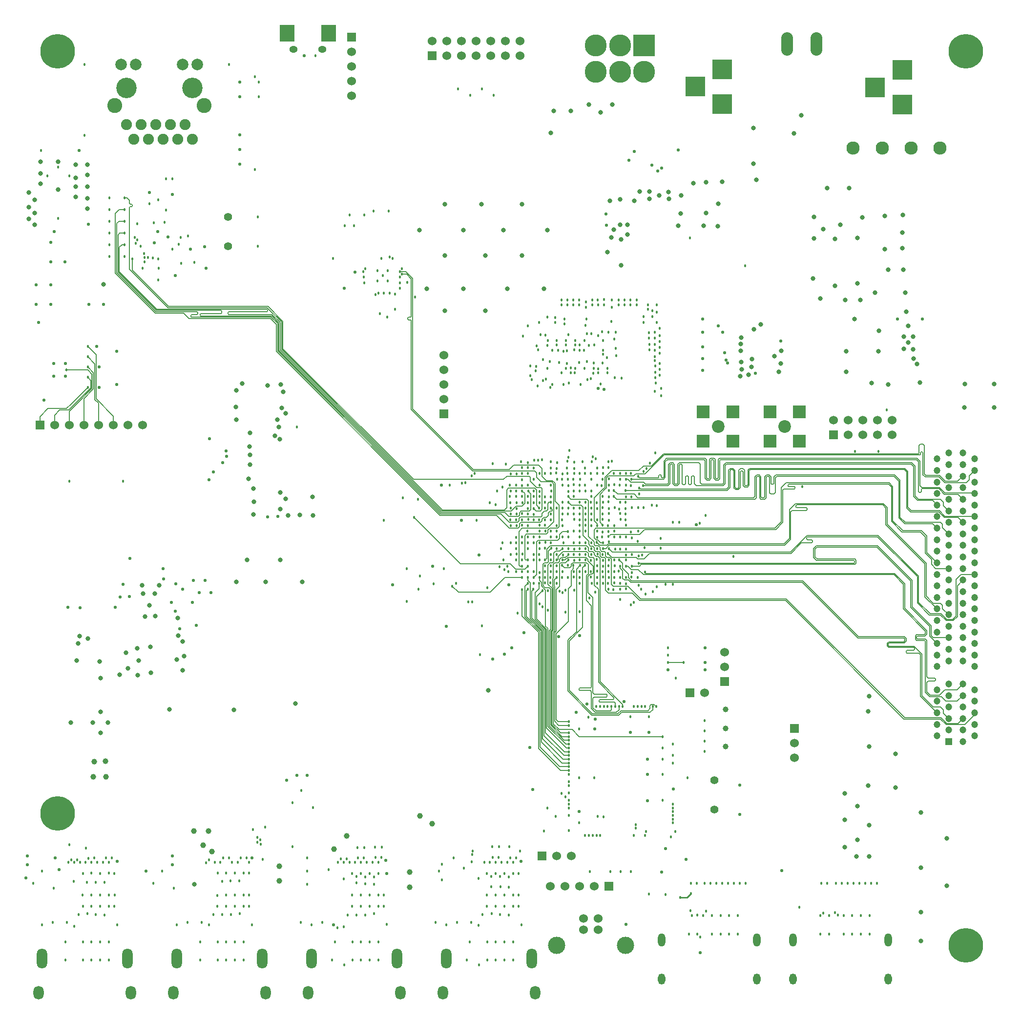
<source format=gbr>
G04 (created by PCBNEW (2013-07-07 BZR 4022)-stable) date 10/11/2015 03:16:48 PM*
%MOIN*%
G04 Gerber Fmt 3.4, Leading zero omitted, Abs format*
%FSLAX34Y34*%
G01*
G70*
G90*
G04 APERTURE LIST*
%ADD10C,0.00590551*%
%ADD11R,0.06X0.06*%
%ADD12C,0.06*%
%ADD13O,0.0511811X0.0905512*%
%ADD14O,0.0511811X0.0748031*%
%ADD15C,0.23622*%
%ADD16C,0.0905512*%
%ADD17R,0.0984252X0.11811*%
%ADD18O,0.0570866X0.0472441*%
%ADD19C,0.11811*%
%ADD20C,0.056*%
%ADD21O,0.0708661X0.137795*%
%ADD22O,0.0708661X0.0925197*%
%ADD23C,0.102362*%
%ADD24C,0.139764*%
%ADD25C,0.0751968*%
%ADD26C,0.0787402*%
%ADD27O,0.08X0.16*%
%ADD28R,0.1378X0.1378*%
%ADD29R,0.0472441X0.0472441*%
%ADD30C,0.0472441*%
%ADD31C,0.0866142*%
%ADD32R,0.0866142X0.0866142*%
%ADD33C,0.0393701*%
%ADD34C,0.15*%
%ADD35R,0.15X0.15*%
%ADD36C,0.018*%
%ADD37C,0.0318*%
%ADD38C,0.022*%
%ADD39C,0.005*%
%ADD40C,0.009*%
G04 APERTURE END LIST*
G54D10*
G54D11*
X47605Y-49809D03*
G54D12*
X48605Y-49809D03*
X49605Y-49809D03*
X50605Y-49809D03*
X51605Y-49809D03*
X52605Y-49809D03*
X53605Y-49809D03*
X54605Y-49809D03*
G54D13*
X99019Y-84937D03*
X105515Y-84937D03*
G54D14*
X99019Y-87606D03*
X105515Y-87606D03*
G54D15*
X48820Y-24301D03*
X110820Y-85301D03*
X110820Y-24301D03*
G54D16*
X109035Y-30921D03*
X107066Y-30921D03*
X105097Y-30921D03*
X103129Y-30921D03*
G54D17*
X67317Y-23057D03*
X64482Y-23057D03*
G54D18*
X66884Y-24189D03*
X64915Y-24189D03*
G54D12*
X85730Y-83460D03*
X84730Y-83460D03*
X84730Y-84247D03*
X85730Y-84247D03*
G54D19*
X87592Y-85310D03*
X82868Y-85310D03*
G54D20*
X93660Y-76033D03*
X93660Y-74033D03*
G54D11*
X74385Y-24620D03*
G54D12*
X74385Y-23620D03*
X75385Y-24620D03*
X75385Y-23620D03*
X76385Y-24620D03*
X76385Y-23620D03*
X77385Y-24620D03*
X77385Y-23620D03*
X78385Y-24620D03*
X78385Y-23620D03*
X79385Y-24620D03*
X79385Y-23620D03*
X80385Y-24620D03*
X80385Y-23620D03*
G54D21*
X66160Y-86200D03*
X71987Y-86200D03*
G54D22*
X65924Y-88546D03*
X72223Y-88546D03*
G54D21*
X56960Y-86200D03*
X62787Y-86200D03*
G54D22*
X56724Y-88546D03*
X63023Y-88546D03*
G54D21*
X47760Y-86200D03*
X53587Y-86200D03*
G54D22*
X47524Y-88546D03*
X53823Y-88546D03*
G54D21*
X75360Y-86200D03*
X81187Y-86200D03*
G54D22*
X75124Y-88546D03*
X81423Y-88546D03*
G54D23*
X52701Y-28010D03*
X58800Y-28010D03*
G54D24*
X53500Y-26809D03*
X58000Y-26809D03*
G54D25*
X56498Y-29309D03*
X57998Y-30309D03*
X56998Y-30309D03*
X55998Y-30309D03*
X54998Y-30309D03*
X55498Y-29309D03*
X54498Y-29309D03*
X57498Y-29309D03*
G54D26*
X58361Y-25211D03*
X57361Y-25211D03*
X54140Y-25211D03*
X53140Y-25211D03*
G54D25*
X53498Y-29309D03*
X53998Y-30309D03*
G54D20*
X60447Y-35605D03*
X60447Y-37605D03*
G54D13*
X90034Y-84937D03*
X96531Y-84937D03*
G54D14*
X90034Y-87606D03*
X96531Y-87606D03*
G54D27*
X98602Y-23793D03*
X100602Y-23793D03*
G54D28*
X106478Y-27943D03*
X106478Y-25581D03*
X104628Y-26762D03*
X94182Y-27895D03*
X94182Y-25533D03*
X92332Y-26714D03*
G54D29*
X109631Y-71407D03*
G54D30*
X108843Y-71013D03*
X109631Y-70620D03*
X108843Y-70226D03*
X109631Y-69832D03*
X108843Y-69438D03*
X109631Y-69045D03*
X108843Y-68651D03*
X109631Y-68257D03*
X108843Y-67864D03*
X109631Y-67470D03*
X108843Y-66289D03*
X109631Y-65895D03*
X108843Y-65501D03*
X109631Y-65108D03*
X108843Y-64714D03*
X109631Y-64320D03*
X108843Y-63927D03*
X109631Y-63533D03*
X108843Y-63139D03*
X109631Y-62746D03*
X108843Y-62352D03*
X109631Y-61958D03*
X108843Y-61564D03*
X109631Y-61171D03*
X108843Y-60777D03*
X109631Y-60383D03*
X108843Y-59990D03*
X109631Y-59596D03*
X108843Y-59202D03*
X109631Y-58809D03*
X108843Y-58415D03*
X109631Y-58021D03*
X108843Y-57627D03*
X109631Y-57234D03*
X108843Y-56840D03*
X109631Y-56446D03*
X108843Y-56053D03*
X109631Y-55659D03*
X108843Y-55265D03*
X109631Y-54872D03*
X108843Y-54478D03*
X109631Y-54084D03*
X108843Y-53690D03*
X109631Y-53297D03*
X108843Y-52903D03*
X109631Y-52509D03*
X108843Y-52116D03*
X110615Y-71407D03*
X111402Y-71013D03*
X110615Y-70620D03*
X111402Y-70226D03*
X110615Y-69832D03*
X111402Y-69438D03*
X110615Y-69045D03*
X111402Y-68651D03*
X110615Y-68257D03*
X111402Y-67864D03*
X110615Y-67470D03*
X111402Y-66289D03*
X110615Y-65895D03*
X111402Y-65501D03*
X110615Y-65108D03*
X111402Y-64714D03*
X110615Y-64320D03*
X111402Y-63927D03*
X110615Y-63533D03*
X111402Y-63139D03*
X110615Y-62746D03*
X111402Y-62352D03*
X110615Y-61958D03*
X111402Y-61564D03*
X110615Y-61171D03*
X111402Y-60777D03*
X110615Y-60383D03*
X111402Y-59990D03*
X110615Y-59596D03*
X111402Y-59202D03*
X110615Y-58809D03*
X111402Y-58415D03*
X110615Y-58021D03*
X111402Y-57627D03*
X110615Y-57234D03*
X111402Y-56840D03*
X110615Y-56446D03*
X111402Y-56053D03*
X110615Y-55659D03*
X111402Y-55265D03*
X110615Y-54872D03*
X111402Y-54478D03*
X110615Y-54084D03*
X111402Y-53690D03*
X110615Y-53297D03*
X111402Y-52903D03*
X110615Y-52509D03*
X111402Y-52116D03*
X109631Y-51722D03*
X110615Y-51722D03*
G54D11*
X101772Y-50488D03*
G54D12*
X101772Y-49488D03*
X102772Y-50488D03*
X102772Y-49488D03*
X103772Y-50488D03*
X103772Y-49488D03*
X104772Y-50488D03*
X104772Y-49488D03*
X105772Y-50488D03*
X105772Y-49488D03*
G54D11*
X68890Y-23340D03*
G54D12*
X68890Y-24340D03*
X68890Y-25340D03*
X68890Y-26340D03*
X68890Y-27340D03*
G54D11*
X86441Y-81277D03*
G54D12*
X85441Y-81277D03*
X84441Y-81277D03*
X83441Y-81277D03*
X82441Y-81277D03*
G54D11*
X75172Y-49040D03*
G54D12*
X75172Y-48040D03*
X75172Y-47040D03*
X75172Y-46040D03*
X75172Y-45040D03*
G54D11*
X94331Y-67307D03*
G54D12*
X94331Y-66307D03*
X94331Y-65307D03*
G54D11*
X91969Y-68071D03*
G54D12*
X92969Y-68071D03*
G54D31*
X98450Y-49900D03*
G54D32*
X99453Y-48896D03*
X99453Y-50903D03*
X97446Y-50903D03*
X97446Y-48896D03*
G54D31*
X93900Y-49900D03*
G54D32*
X94903Y-48896D03*
X94903Y-50903D03*
X92896Y-50903D03*
X92896Y-48896D03*
G54D33*
X51237Y-73800D03*
X59100Y-77500D03*
X52086Y-72746D03*
X72850Y-80300D03*
X72850Y-81350D03*
X63950Y-79900D03*
X63950Y-80900D03*
X58100Y-77500D03*
X94400Y-71750D03*
X94400Y-70500D03*
X94400Y-69200D03*
G54D34*
X88856Y-25708D03*
X87206Y-25708D03*
X85556Y-25708D03*
X85556Y-23908D03*
X87206Y-23908D03*
G54D35*
X88856Y-23908D03*
G54D33*
X73560Y-76460D03*
X74380Y-77020D03*
X68540Y-77830D03*
X67670Y-78750D03*
X52101Y-73814D03*
X51300Y-72760D03*
X58750Y-78480D03*
X59340Y-78910D03*
G54D11*
X99110Y-70522D03*
G54D12*
X99110Y-71522D03*
X99110Y-72522D03*
G54D11*
X81887Y-79205D03*
G54D12*
X82887Y-79205D03*
X83887Y-79205D03*
G54D15*
X48820Y-76301D03*
G54D36*
X86298Y-45211D03*
X84816Y-52744D03*
X86041Y-44962D03*
X84651Y-52297D03*
X85077Y-44374D03*
X85245Y-53516D03*
X86653Y-52256D03*
X86429Y-43482D03*
X85730Y-43706D03*
X86409Y-52318D03*
X84846Y-54307D03*
X87303Y-46601D03*
X86919Y-44568D03*
X85645Y-53902D03*
X84445Y-53892D03*
X86029Y-45575D03*
X85697Y-45961D03*
X83675Y-54332D03*
X85641Y-53105D03*
X86031Y-44047D03*
X85723Y-46242D03*
X83627Y-53113D03*
X86039Y-44711D03*
X84029Y-53508D03*
X86350Y-46243D03*
X84460Y-54298D03*
X86049Y-53108D03*
X86823Y-43948D03*
X86951Y-45058D03*
X85548Y-52099D03*
X84810Y-53100D03*
X85407Y-45928D03*
X85434Y-44330D03*
X85359Y-51962D03*
X85428Y-45580D03*
X85276Y-52300D03*
X84779Y-45929D03*
X83657Y-53502D03*
X84775Y-44035D03*
X86419Y-52706D03*
X84743Y-44718D03*
X84435Y-53112D03*
X84441Y-44718D03*
X84475Y-53516D03*
X83046Y-45533D03*
X82485Y-53120D03*
X83346Y-44758D03*
X82464Y-52303D03*
X81701Y-53096D03*
X82266Y-44044D03*
X82161Y-46666D03*
X81603Y-52195D03*
X80928Y-53095D03*
X81605Y-44658D03*
X80907Y-52372D03*
X81459Y-46102D03*
X81505Y-44410D03*
X80511Y-52698D03*
X81487Y-45796D03*
X80442Y-52300D03*
X83205Y-46240D03*
X82890Y-52762D03*
X83505Y-44344D03*
X82902Y-52360D03*
X84073Y-53122D03*
X83841Y-45919D03*
X84075Y-52352D03*
X84144Y-44350D03*
X83625Y-52270D03*
X83833Y-46243D03*
X84083Y-44674D03*
X83731Y-51552D03*
X82890Y-44354D03*
X82491Y-52729D03*
X82263Y-45926D03*
X81882Y-52189D03*
X83261Y-53512D03*
X82996Y-44701D03*
X83567Y-45604D03*
X83669Y-52020D03*
X83265Y-53140D03*
X83517Y-45926D03*
X84990Y-46696D03*
X84048Y-54307D03*
X83665Y-53926D03*
X84430Y-45551D03*
X86443Y-53473D03*
X86352Y-45931D03*
X82899Y-53521D03*
X82413Y-45466D03*
X81354Y-52219D03*
X82249Y-44364D03*
X82584Y-44698D03*
X81305Y-52724D03*
X84939Y-45472D03*
X85638Y-52726D03*
X100957Y-81079D03*
X82090Y-56267D03*
X82488Y-56266D03*
X101357Y-81080D03*
X102071Y-83247D03*
X80133Y-55099D03*
X101874Y-83059D03*
X79719Y-55099D03*
X102362Y-81079D03*
X87622Y-58267D03*
X87604Y-57452D03*
X103162Y-81079D03*
X87571Y-55508D03*
X103962Y-81079D03*
X104762Y-81080D03*
X87586Y-55066D03*
X87205Y-58268D03*
X101962Y-81079D03*
X87207Y-57450D03*
X102761Y-81080D03*
X87163Y-55529D03*
X103562Y-81080D03*
X104362Y-81080D03*
X87216Y-55066D03*
X92045Y-81079D03*
X81699Y-58231D03*
X92445Y-81080D03*
X82076Y-58217D03*
X93087Y-82965D03*
X83640Y-57062D03*
X81310Y-60197D03*
X92890Y-83278D03*
X79594Y-59821D03*
X95395Y-81080D03*
X88511Y-54492D03*
X94595Y-81080D03*
X88455Y-55433D03*
X93794Y-81080D03*
X88421Y-57742D03*
X88481Y-58752D03*
X92995Y-81079D03*
X95795Y-81080D03*
X87976Y-54702D03*
X94995Y-81079D03*
X88803Y-55436D03*
X94195Y-81079D03*
X88006Y-57497D03*
X93395Y-81079D03*
X88717Y-58678D03*
X57727Y-36916D03*
X62276Y-32357D03*
X55678Y-34446D03*
X53908Y-38485D03*
X81305Y-55494D03*
X55673Y-38470D03*
X81301Y-54668D03*
X55669Y-39892D03*
X82094Y-55087D03*
X81705Y-55094D03*
X55698Y-39112D03*
X53367Y-38292D03*
X80139Y-56668D03*
X53366Y-34312D03*
X81688Y-55471D03*
X53367Y-35091D03*
X82488Y-55483D03*
X53366Y-35891D03*
X82484Y-55086D03*
X80935Y-54310D03*
X53366Y-36710D03*
X53366Y-37491D03*
X80527Y-54310D03*
X54233Y-37161D03*
X79735Y-56670D03*
X80919Y-55100D03*
X54990Y-38379D03*
X54143Y-37403D03*
X80927Y-55500D03*
X54469Y-37616D03*
X80539Y-55100D03*
X80125Y-54295D03*
X54720Y-38118D03*
X54734Y-38367D03*
X79734Y-54299D03*
X57228Y-37003D03*
X50638Y-30044D03*
X56203Y-35152D03*
X55095Y-34704D03*
X55298Y-38394D03*
X56655Y-37790D03*
X57069Y-37476D03*
X52336Y-35891D03*
X54233Y-36058D03*
X52335Y-37491D03*
G54D37*
X51931Y-40191D03*
G54D36*
X52336Y-36710D03*
X52337Y-35091D03*
X54070Y-37004D03*
X90809Y-60687D03*
X86030Y-54688D03*
X90465Y-65500D03*
X90316Y-60682D03*
X90465Y-65000D03*
X90465Y-66000D03*
X91561Y-66003D03*
X86063Y-57828D03*
X86427Y-57414D03*
X85641Y-55492D03*
X86027Y-55868D03*
X86461Y-58242D03*
X86391Y-58584D03*
X86025Y-56635D03*
X85659Y-56680D03*
X87121Y-59774D03*
X86861Y-59406D03*
X87207Y-59436D03*
X87161Y-59022D03*
X88492Y-59226D03*
X87999Y-59438D03*
X86057Y-58234D03*
X85621Y-57812D03*
X86021Y-57090D03*
X85639Y-57468D03*
X86796Y-54672D03*
X86786Y-54267D03*
X88790Y-53933D03*
X87607Y-53496D03*
X88821Y-52972D03*
X87951Y-53101D03*
X88409Y-60217D03*
X87966Y-60172D03*
X86447Y-59018D03*
X86027Y-58642D03*
X88000Y-58625D03*
X87609Y-58674D03*
X85659Y-56286D03*
X85261Y-56270D03*
X86811Y-53877D03*
X87171Y-53907D03*
X88518Y-54098D03*
X87571Y-54272D03*
X88447Y-53312D03*
X87991Y-53507D03*
X88920Y-59855D03*
X87606Y-59432D03*
X86031Y-55084D03*
X86401Y-55042D03*
X86436Y-55502D03*
X86026Y-55432D03*
X87218Y-53500D03*
X86387Y-56683D03*
X89980Y-57540D03*
X86817Y-57051D03*
X89970Y-58200D03*
X91250Y-56445D03*
X87259Y-56242D03*
X90800Y-56445D03*
X87586Y-56281D03*
X87221Y-53117D03*
X99636Y-54010D03*
X85622Y-55097D03*
X85229Y-55068D03*
X85243Y-55475D03*
X86438Y-53896D03*
X83665Y-54686D03*
X83667Y-55081D03*
X80518Y-53114D03*
G54D38*
X75002Y-53901D03*
G54D36*
X90123Y-71066D03*
X82882Y-60193D03*
X87227Y-61711D03*
X83705Y-70810D03*
X83670Y-58628D03*
X83705Y-71066D03*
X83275Y-58232D03*
X82521Y-58213D03*
X83705Y-71322D03*
X84029Y-59380D03*
X83705Y-70042D03*
X83665Y-59022D03*
X83705Y-70298D03*
X82881Y-58626D03*
X83706Y-76441D03*
X88924Y-69018D03*
X87603Y-60200D03*
X87604Y-60987D03*
X88668Y-69018D03*
X86380Y-60598D03*
X85085Y-77798D03*
X85341Y-77797D03*
X86407Y-61006D03*
X86826Y-60198D03*
X88284Y-77316D03*
X88291Y-77068D03*
X86754Y-61046D03*
X85204Y-59806D03*
X88924Y-77798D03*
X85632Y-60197D03*
X88981Y-77544D03*
X84451Y-57841D03*
X88412Y-69018D03*
X84850Y-58231D03*
X88156Y-69018D03*
X86363Y-69019D03*
X87211Y-60594D03*
X87219Y-61018D03*
X86107Y-69019D03*
X85851Y-69019D03*
X86026Y-59798D03*
X86433Y-60190D03*
X85595Y-69015D03*
X85639Y-59422D03*
X83705Y-77464D03*
X84829Y-77797D03*
X85659Y-59789D03*
X82486Y-59414D03*
X85597Y-77797D03*
X83705Y-74137D03*
X86041Y-59042D03*
X86418Y-59806D03*
X83705Y-74393D03*
X85251Y-58638D03*
X83230Y-74954D03*
X83705Y-74905D03*
X85617Y-58988D03*
X88136Y-61915D03*
X83482Y-75161D03*
X87952Y-62084D03*
X83704Y-75417D03*
X84846Y-58632D03*
X83705Y-75672D03*
X83705Y-75928D03*
X84846Y-59019D03*
X83705Y-71578D03*
X81702Y-60211D03*
X81921Y-61100D03*
X83705Y-71834D03*
X81672Y-60601D03*
X83705Y-72090D03*
X81293Y-61012D03*
X83705Y-72346D03*
X80917Y-60202D03*
X83705Y-72601D03*
X83705Y-72857D03*
X80926Y-61006D03*
X83705Y-73113D03*
X80909Y-60614D03*
X83705Y-73369D03*
X80526Y-61042D03*
X89691Y-69018D03*
X84828Y-59377D03*
X82881Y-59807D03*
X90814Y-76953D03*
X90815Y-76697D03*
X82487Y-59812D03*
X84060Y-58624D03*
X90814Y-76441D03*
X90815Y-76185D03*
X83332Y-57854D03*
X81711Y-59857D03*
X90815Y-75929D03*
X82093Y-59807D03*
X90815Y-75673D03*
X83257Y-59375D03*
X87131Y-69019D03*
X86619Y-69019D03*
X83274Y-59018D03*
X86032Y-60188D03*
X90123Y-71834D03*
X82093Y-59019D03*
X87387Y-69019D03*
X82882Y-59020D03*
X86875Y-69019D03*
X89436Y-69018D03*
X84480Y-59388D03*
X101088Y-83104D03*
X93042Y-55976D03*
X81307Y-56262D03*
X92636Y-56503D03*
X81693Y-56261D03*
X92103Y-83282D03*
X80220Y-62645D03*
X80518Y-59807D03*
X77295Y-53110D03*
X80523Y-53530D03*
X49408Y-46051D03*
X82083Y-54691D03*
X81729Y-54328D03*
X50865Y-45850D03*
X76639Y-53754D03*
X50865Y-46550D03*
X76400Y-53768D03*
X50865Y-47250D03*
X79689Y-53894D03*
X50865Y-44450D03*
X50865Y-45150D03*
X80517Y-53926D03*
X80519Y-60200D03*
X75761Y-60815D03*
X80151Y-53128D03*
X77067Y-53281D03*
X72643Y-59599D03*
X75564Y-53900D03*
X78143Y-60913D03*
X82487Y-57432D03*
X82111Y-57817D03*
X76004Y-60614D03*
X85113Y-61607D03*
X78524Y-79297D03*
X78918Y-79316D03*
X85221Y-60169D03*
X79115Y-79626D03*
X85508Y-61191D03*
X79508Y-79626D03*
X85635Y-60591D03*
X79705Y-79325D03*
X84454Y-59806D03*
X80099Y-79331D03*
X84849Y-59807D03*
X77138Y-78874D03*
X84435Y-58642D03*
X84062Y-59807D03*
X77933Y-79626D03*
X78327Y-79626D03*
X84048Y-60172D03*
X81303Y-59803D03*
X77070Y-79616D03*
X84445Y-59005D03*
X77114Y-79113D03*
X82487Y-59019D03*
X75861Y-79354D03*
X69324Y-79354D03*
X81712Y-62012D03*
X69718Y-79347D03*
X81930Y-62206D03*
X69914Y-79626D03*
X83471Y-61089D03*
X70308Y-79626D03*
X83260Y-60211D03*
X70506Y-79300D03*
X83078Y-61123D03*
X70899Y-79312D03*
X83274Y-61254D03*
X68536Y-79408D03*
X82287Y-61090D03*
X84067Y-61081D03*
X68734Y-79625D03*
X84450Y-60190D03*
X69127Y-79625D03*
X82459Y-60203D03*
X67947Y-79625D03*
X82093Y-60580D03*
X68340Y-79627D03*
X68142Y-79414D03*
X82460Y-60568D03*
X50924Y-79359D03*
X80516Y-56655D03*
X51318Y-79343D03*
X80914Y-56657D03*
X51515Y-79625D03*
X79731Y-55880D03*
X51910Y-79625D03*
X80147Y-55878D03*
X52106Y-79349D03*
X79733Y-55478D03*
X52499Y-79342D03*
X80912Y-55871D03*
X78697Y-55249D03*
X80948Y-56229D03*
X50137Y-79478D03*
X79719Y-56264D03*
X50334Y-79629D03*
X80525Y-56270D03*
X50727Y-79623D03*
X72371Y-54787D03*
X79669Y-54672D03*
X49546Y-79633D03*
X49940Y-79629D03*
X78314Y-55092D03*
X80507Y-54666D03*
X80512Y-55854D03*
X73418Y-54865D03*
X49743Y-79478D03*
X79731Y-57834D03*
X60124Y-79348D03*
X80517Y-57848D03*
X60518Y-79354D03*
X79740Y-58634D03*
X60715Y-79625D03*
X61109Y-79625D03*
X80136Y-58619D03*
X81700Y-57445D03*
X61305Y-79344D03*
X61699Y-79343D03*
X81701Y-57837D03*
X62668Y-78420D03*
X79318Y-59658D03*
X59533Y-79628D03*
X81715Y-57043D03*
X59928Y-79625D03*
X82111Y-57042D03*
X78977Y-59481D03*
X62456Y-77946D03*
X59142Y-79488D03*
X62453Y-78263D03*
X77102Y-61876D03*
X80516Y-59021D03*
X58948Y-79663D03*
X79231Y-59006D03*
X76844Y-61878D03*
X62663Y-78106D03*
X80914Y-57840D03*
X72693Y-40057D03*
X80915Y-57447D03*
X72189Y-39719D03*
X72297Y-39522D03*
X80520Y-59448D03*
X80914Y-59017D03*
X72190Y-39324D03*
X80124Y-57840D03*
X72299Y-39128D03*
X79085Y-58243D03*
X71686Y-38428D03*
X71489Y-38323D03*
X80535Y-58612D03*
X70899Y-38427D03*
X80912Y-58228D03*
X80886Y-57025D03*
X71489Y-40812D03*
X72188Y-40112D03*
X81306Y-57444D03*
X70505Y-40917D03*
X80518Y-57445D03*
X70702Y-40812D03*
X81306Y-59018D03*
X80904Y-59448D03*
X73163Y-56122D03*
X71095Y-40812D03*
G54D38*
X90054Y-80315D03*
G54D36*
X77788Y-63509D03*
X84445Y-62530D03*
X82881Y-58234D03*
X76968Y-27311D03*
X87961Y-80289D03*
X89723Y-60847D03*
X76150Y-26881D03*
X89456Y-61176D03*
X87260Y-80289D03*
X87198Y-60190D03*
X83495Y-62560D03*
X82485Y-58625D03*
X81703Y-59016D03*
X82289Y-62446D03*
X47160Y-81069D03*
X55360Y-81069D03*
X76083Y-83727D03*
X66883Y-83728D03*
X74623Y-83727D03*
X57683Y-83727D03*
X48483Y-83727D03*
X64859Y-78577D03*
X65423Y-83737D03*
X64859Y-75569D03*
G54D37*
X105271Y-37790D03*
X101866Y-37112D03*
X100459Y-37056D03*
X103406Y-37049D03*
X106497Y-35471D03*
X106488Y-37739D03*
X106470Y-36664D03*
X105279Y-35536D03*
X101095Y-36436D03*
X100450Y-35611D03*
X102250Y-36151D03*
X103750Y-35641D03*
X96300Y-29546D03*
X110700Y-48600D03*
X104384Y-46924D03*
X105500Y-47038D03*
X104845Y-44776D03*
X104871Y-43377D03*
X110750Y-47000D03*
G54D36*
X83277Y-59804D03*
X77656Y-65462D03*
G54D38*
X81048Y-71818D03*
G54D36*
X77768Y-26882D03*
X88942Y-61353D03*
X85160Y-80289D03*
X85677Y-58614D03*
X78568Y-27311D03*
X88640Y-61012D03*
X86424Y-59413D03*
X86560Y-80289D03*
G54D38*
X81254Y-74680D03*
G54D36*
X82815Y-76500D03*
G54D38*
X65644Y-24615D03*
G54D36*
X69752Y-40112D03*
X67615Y-38450D03*
X68733Y-35471D03*
X66412Y-24597D03*
X69696Y-39325D03*
X69798Y-39128D03*
X50531Y-82640D03*
X50250Y-83200D03*
X49950Y-84000D03*
X78400Y-81300D03*
X78721Y-81870D03*
X76550Y-80050D03*
X77800Y-83200D03*
X78130Y-82643D03*
X77550Y-83950D03*
X68350Y-84050D03*
X69200Y-83250D03*
X68930Y-82639D03*
X68600Y-83250D03*
X67900Y-84100D03*
X69200Y-81050D03*
X68926Y-80411D03*
X67300Y-80150D03*
X59730Y-82636D03*
X59450Y-83200D03*
X59150Y-83900D03*
X79902Y-81867D03*
X79600Y-81350D03*
X79311Y-81868D03*
X79050Y-81300D03*
X79902Y-82644D03*
X79600Y-83250D03*
X79311Y-82643D03*
X79000Y-83200D03*
X78721Y-82632D03*
X78450Y-83150D03*
X51713Y-80395D03*
X52000Y-81000D03*
X51123Y-80387D03*
X51400Y-81000D03*
X50533Y-80391D03*
X50800Y-81000D03*
X52302Y-82631D03*
X51400Y-83200D03*
X51122Y-82635D03*
X50850Y-83150D03*
X51713Y-82632D03*
X52000Y-83250D03*
X60321Y-82628D03*
X60050Y-83200D03*
X60650Y-83200D03*
X60911Y-82635D03*
X61250Y-83150D03*
X61502Y-82634D03*
X70112Y-82634D03*
X70400Y-83150D03*
X69523Y-82631D03*
X69800Y-83250D03*
X70112Y-80413D03*
X70400Y-81150D03*
X69523Y-80398D03*
X69800Y-81100D03*
X61504Y-80381D03*
X61200Y-80900D03*
X60913Y-80381D03*
X60600Y-80900D03*
X60322Y-80379D03*
X60050Y-80950D03*
X59732Y-80376D03*
G54D37*
X58150Y-81150D03*
X107750Y-83050D03*
X60850Y-69250D03*
X56450Y-69200D03*
X103400Y-78100D03*
X103400Y-75800D03*
X102550Y-74950D03*
X102550Y-76750D03*
X102550Y-78600D03*
X103350Y-79250D03*
X104150Y-69350D03*
X104200Y-71750D03*
X104200Y-79250D03*
X104200Y-77100D03*
X104150Y-74400D03*
X106000Y-72250D03*
X107750Y-76250D03*
X109500Y-78000D03*
X106000Y-74550D03*
X104200Y-68300D03*
X109500Y-81250D03*
X107750Y-80000D03*
X65050Y-68800D03*
X55166Y-66699D03*
X63000Y-60500D03*
X65500Y-60500D03*
X64000Y-59000D03*
X61750Y-59000D03*
X61000Y-60500D03*
G54D38*
X58881Y-60410D03*
G54D37*
X75250Y-42000D03*
X78000Y-42000D03*
X79500Y-40500D03*
X76500Y-40500D03*
X74000Y-40500D03*
X75250Y-38250D03*
X80500Y-34750D03*
X78000Y-38250D03*
X80500Y-38250D03*
X82250Y-36500D03*
X79250Y-36500D03*
X76500Y-36500D03*
X73500Y-36500D03*
X75250Y-34750D03*
X77750Y-34750D03*
X82000Y-40500D03*
X107750Y-85000D03*
G54D38*
X65150Y-73700D03*
X64450Y-74050D03*
X65850Y-73700D03*
X54850Y-80250D03*
X56650Y-79200D03*
X56650Y-79800D03*
X48900Y-80150D03*
X48650Y-79350D03*
X46650Y-80700D03*
X46750Y-79200D03*
X46750Y-79800D03*
X90329Y-78721D03*
G54D36*
X100890Y-84545D03*
X101480Y-84545D03*
X102464Y-84546D03*
G54D38*
X92693Y-85800D03*
G54D36*
X93480Y-84544D03*
X92495Y-84544D03*
X91905Y-84547D03*
G54D38*
X87620Y-83881D03*
G54D36*
X90298Y-81832D03*
X104236Y-83282D03*
X104236Y-84545D03*
X103647Y-83282D03*
X103646Y-84544D03*
X103055Y-83282D03*
X103055Y-84545D03*
X102464Y-83282D03*
X101480Y-83282D03*
X100889Y-83282D03*
X104850Y-51600D03*
X75333Y-83895D03*
X66131Y-83910D03*
X91008Y-67061D03*
G54D37*
X86670Y-27940D03*
X85080Y-27950D03*
X85870Y-28460D03*
G54D36*
X93480Y-83269D03*
X94661Y-83282D03*
X94661Y-84545D03*
X94070Y-84545D03*
X79502Y-59451D03*
X82486Y-53901D03*
X80296Y-81867D03*
X80296Y-82643D03*
X78130Y-81875D03*
X78721Y-79624D03*
X78721Y-80399D03*
X79902Y-79624D03*
X80296Y-80400D03*
X79902Y-80399D03*
X70702Y-79624D03*
X70701Y-80396D03*
X92017Y-82953D03*
X78726Y-85057D03*
X79317Y-85057D03*
X79907Y-85057D03*
X79907Y-86320D03*
X79317Y-86320D03*
X78726Y-86320D03*
X78136Y-86320D03*
X78136Y-85057D03*
X76955Y-85056D03*
X68372Y-86630D03*
X68936Y-86319D03*
X69527Y-86320D03*
X70117Y-86320D03*
X70708Y-86320D03*
X70708Y-85057D03*
X70117Y-85057D03*
X69527Y-85057D03*
X68936Y-85057D03*
X67754Y-85057D03*
X61508Y-85056D03*
X61508Y-86320D03*
X60917Y-85057D03*
X60917Y-86319D03*
X60326Y-86320D03*
X60326Y-85057D03*
X59736Y-85057D03*
X59736Y-86320D03*
X58555Y-85057D03*
X58554Y-86320D03*
X49355Y-85057D03*
X49355Y-86319D03*
X50536Y-86319D03*
X51126Y-86320D03*
X51717Y-86320D03*
X52307Y-86320D03*
X52308Y-85057D03*
X51717Y-85057D03*
X51127Y-85057D03*
X50536Y-85057D03*
X87613Y-54701D03*
X82881Y-57055D03*
X86865Y-58279D03*
X86445Y-57762D03*
X87621Y-56638D03*
X49615Y-53636D03*
G54D38*
X71224Y-79492D03*
G54D36*
X82261Y-75942D03*
G54D38*
X95385Y-74368D03*
X95377Y-76370D03*
G54D37*
X48850Y-31850D03*
X47650Y-31850D03*
X47650Y-32650D03*
X47650Y-33350D03*
G54D36*
X48850Y-32208D03*
G54D37*
X46850Y-33950D03*
X46850Y-34950D03*
X46850Y-35750D03*
X47250Y-36150D03*
X47250Y-35350D03*
X47250Y-34450D03*
X48850Y-33750D03*
X50050Y-32050D03*
X50850Y-32050D03*
X50850Y-32750D03*
X50850Y-33550D03*
X50850Y-34350D03*
X50850Y-35050D03*
G54D36*
X49623Y-32790D03*
G54D37*
X50050Y-34250D03*
X50050Y-33550D03*
X50050Y-32950D03*
G54D38*
X92400Y-56593D03*
G54D36*
X77428Y-56292D03*
X74492Y-60625D03*
X72642Y-61823D03*
G54D38*
X90836Y-74649D03*
X84416Y-76187D03*
G54D36*
X84451Y-55867D03*
G54D38*
X93019Y-65000D03*
X93021Y-66499D03*
X93021Y-66001D03*
X53735Y-58911D03*
X58066Y-60410D03*
X58006Y-61910D03*
X58270Y-63473D03*
X49352Y-46485D03*
X48541Y-46484D03*
X47887Y-48090D03*
X52840Y-47033D03*
X52839Y-44789D03*
X47499Y-42815D03*
X51932Y-41559D03*
X50932Y-41558D03*
X48331Y-41558D03*
X47332Y-41559D03*
X49325Y-38660D03*
X48350Y-38660D03*
X50910Y-36100D03*
X50272Y-31078D03*
X61241Y-26392D03*
X61242Y-27392D03*
X61242Y-29992D03*
X61242Y-30992D03*
X61244Y-31992D03*
X59176Y-50753D03*
X87804Y-31727D03*
X69098Y-39382D03*
X68376Y-40457D03*
G54D36*
X89730Y-55300D03*
G54D38*
X83027Y-64228D03*
X80646Y-63960D03*
X79310Y-65442D03*
X78499Y-65771D03*
X84932Y-68844D03*
X85528Y-69868D03*
X87469Y-68666D03*
X89180Y-70759D03*
X87901Y-70758D03*
X84226Y-69397D03*
X85493Y-70554D03*
X89076Y-75424D03*
X89075Y-73624D03*
X89080Y-72594D03*
G54D37*
X96299Y-31964D03*
X112759Y-48599D03*
X112760Y-47000D03*
X101350Y-33641D03*
X102850Y-33640D03*
G54D36*
X68407Y-36215D03*
X69060Y-36215D03*
X65157Y-49954D03*
X95755Y-38944D03*
X91989Y-37042D03*
X105400Y-48787D03*
X99453Y-82718D03*
X92496Y-83251D03*
X95252Y-83282D03*
X94071Y-83283D03*
X95251Y-84545D03*
X89190Y-81808D03*
X80490Y-83896D03*
X77579Y-86634D03*
X69521Y-79628D03*
X71096Y-81876D03*
X71096Y-82635D03*
X70702Y-82636D03*
X71290Y-83876D03*
X56932Y-83895D03*
X61895Y-79631D03*
X61896Y-80382D03*
X61895Y-81885D03*
X61895Y-82634D03*
X62089Y-83895D03*
X51121Y-79637D03*
X52302Y-79623D03*
X52696Y-80391D03*
X52696Y-82629D03*
X52700Y-81874D03*
X52886Y-83895D03*
X47733Y-83895D03*
X92976Y-71373D03*
X92975Y-72074D03*
X90815Y-72346D03*
X90815Y-72858D03*
X83706Y-73626D03*
X85458Y-73874D03*
X85666Y-76522D03*
X86076Y-76536D03*
X88156Y-77795D03*
X90967Y-77527D03*
G54D38*
X56650Y-34075D03*
X55075Y-33946D03*
X58951Y-39118D03*
X58852Y-37641D03*
X57883Y-37822D03*
G54D36*
X54605Y-39112D03*
X52336Y-34311D03*
X52335Y-38291D03*
X55388Y-35992D03*
G54D38*
X55650Y-36609D03*
G54D36*
X56108Y-35965D03*
X62494Y-37605D03*
X62484Y-35606D03*
X48111Y-32790D03*
X48850Y-35721D03*
X47672Y-31059D03*
X50631Y-25216D03*
X73209Y-41066D03*
X70812Y-42219D03*
X71297Y-42434D03*
X71853Y-41901D03*
X70657Y-39959D03*
X71004Y-39608D03*
X70657Y-39280D03*
X71336Y-39280D03*
X71336Y-39959D03*
G54D37*
X102661Y-46177D03*
G54D38*
X59445Y-53022D03*
G54D37*
X106889Y-43039D03*
X106680Y-40780D03*
X106733Y-42085D03*
X107687Y-46910D03*
X107470Y-45629D03*
X107243Y-45274D03*
X106583Y-44614D03*
X107228Y-44641D03*
X106580Y-43762D03*
X106895Y-44176D03*
X107207Y-43762D03*
G54D36*
X69761Y-35479D03*
X70391Y-35213D03*
X88460Y-57030D03*
X80913Y-59812D03*
X81317Y-57838D03*
X81309Y-58636D03*
X81309Y-55891D03*
X79312Y-80411D03*
X78130Y-80414D03*
X81699Y-54687D03*
X82876Y-59407D03*
X83311Y-58667D03*
X84089Y-59046D03*
X80127Y-59020D03*
X80905Y-54674D03*
X81309Y-53513D03*
X86793Y-53113D03*
G54D38*
X79611Y-60692D03*
G54D36*
X80119Y-57466D03*
X84454Y-56264D03*
X84854Y-56651D03*
X85243Y-58237D03*
X86446Y-54707D03*
X86457Y-56318D03*
X86806Y-60589D03*
X86425Y-57068D03*
X82093Y-60205D03*
X84857Y-55862D03*
X87221Y-55852D03*
G54D37*
X61421Y-46973D03*
X61011Y-47443D03*
X60981Y-48573D03*
X61021Y-49433D03*
X61941Y-50343D03*
X61847Y-53463D03*
X62169Y-54128D03*
X62190Y-55913D03*
X62197Y-55031D03*
X53605Y-66419D03*
X53479Y-65355D03*
X54242Y-65054D03*
X54340Y-65880D03*
X54284Y-66874D03*
X53038Y-66832D03*
X51750Y-67060D03*
X91378Y-34146D03*
G54D38*
X92837Y-46086D03*
X96437Y-46286D03*
G54D36*
X86040Y-59425D03*
G54D37*
X105513Y-39212D03*
X106549Y-39205D03*
X103197Y-42586D03*
X102653Y-44770D03*
X103625Y-41256D03*
X102575Y-41276D03*
X100885Y-41186D03*
X100395Y-39806D03*
X101895Y-40306D03*
X103415Y-40126D03*
X104625Y-40756D03*
X93911Y-34693D03*
X94170Y-33220D03*
X93096Y-33249D03*
X92228Y-33312D03*
X88563Y-33871D03*
X88178Y-34494D03*
X86519Y-34508D03*
X87198Y-34417D03*
X89226Y-34387D03*
X89208Y-33888D03*
X90558Y-34374D03*
X89888Y-34126D03*
X90527Y-33892D03*
X54578Y-60749D03*
X55740Y-60728D03*
X55159Y-64928D03*
X54663Y-61310D03*
X55446Y-61319D03*
X55474Y-62842D03*
X55070Y-62110D03*
X54774Y-62856D03*
X61916Y-51269D03*
X61941Y-51853D03*
X61952Y-52502D03*
X97737Y-45096D03*
X98202Y-44736D03*
X98187Y-45606D03*
X98052Y-46176D03*
X96343Y-43261D03*
X96819Y-42939D03*
X95972Y-46362D03*
X96182Y-45844D03*
X96203Y-45305D03*
X95412Y-46488D03*
X95517Y-46012D03*
X95489Y-45501D03*
X95437Y-44280D03*
X95441Y-44752D03*
X95465Y-43846D03*
G54D38*
X92837Y-45286D03*
X92837Y-44486D03*
X92837Y-42586D03*
X92837Y-43486D03*
X91188Y-31026D03*
X56344Y-36959D03*
X55417Y-37363D03*
G54D36*
X50527Y-81878D03*
X51116Y-81875D03*
X51707Y-81876D03*
X52301Y-81873D03*
X52304Y-80385D03*
X61504Y-81875D03*
X60909Y-81879D03*
X60319Y-81881D03*
X59728Y-81892D03*
X68927Y-81883D03*
X69519Y-81878D03*
X70109Y-81884D03*
X70703Y-81879D03*
G54D38*
X77571Y-58678D03*
G54D36*
X89026Y-52762D03*
X81566Y-47140D03*
X81939Y-46784D03*
X84032Y-53888D03*
X83205Y-41272D03*
X83616Y-41263D03*
X84027Y-41260D03*
X84420Y-41257D03*
X84882Y-41399D03*
X85325Y-41260D03*
X85693Y-41260D03*
X86109Y-41250D03*
X87120Y-41275D03*
X87516Y-41281D03*
X88356Y-41281D03*
X87906Y-41287D03*
X83596Y-52753D03*
X80157Y-55522D03*
X79418Y-52483D03*
X79185Y-57855D03*
X82883Y-44048D03*
X83279Y-55870D03*
X87999Y-55432D03*
X83272Y-57449D03*
X84456Y-57050D03*
X84848Y-57050D03*
X79165Y-54050D03*
X80125Y-53906D03*
X87621Y-58992D03*
X87951Y-53927D03*
X83661Y-55861D03*
X84847Y-57836D03*
X89584Y-43487D03*
X89571Y-43882D03*
X89593Y-44302D03*
X89566Y-44707D03*
X89616Y-46588D03*
X89613Y-46192D03*
X89607Y-45787D03*
X89593Y-45418D03*
X86903Y-43482D03*
X86841Y-46579D03*
X89593Y-47494D03*
X86637Y-41278D03*
X85884Y-46999D03*
X85377Y-46276D03*
X85991Y-43432D03*
X83671Y-43631D03*
X83513Y-44038D03*
X83397Y-42578D03*
X85235Y-43580D03*
X84149Y-44038D03*
X84150Y-45928D03*
X82258Y-42448D03*
X80901Y-43046D03*
X81792Y-43639D03*
X82104Y-43681D03*
X81955Y-45348D03*
X81088Y-45787D03*
X82587Y-47023D03*
X82794Y-42475D03*
X88482Y-60730D03*
X85954Y-53935D03*
X85242Y-54688D03*
X85197Y-53117D03*
X82092Y-53102D03*
X83650Y-60214D03*
X89613Y-51719D03*
X84922Y-42560D03*
X85276Y-60608D03*
X55950Y-80239D03*
X47750Y-80239D03*
X65450Y-74750D03*
X84462Y-44354D03*
X85213Y-46630D03*
X73450Y-61008D03*
X73534Y-60115D03*
X86435Y-55852D03*
X82489Y-54691D03*
X53282Y-53636D03*
X71096Y-56317D03*
X56223Y-33006D03*
X57251Y-38776D03*
X56648Y-33008D03*
X58136Y-38690D03*
X90816Y-71578D03*
G54D38*
X90048Y-32272D03*
X58470Y-61243D03*
X52752Y-62239D03*
X53070Y-61537D03*
X60308Y-51568D03*
X60341Y-51953D03*
X89780Y-32476D03*
X89376Y-32062D03*
X56592Y-61913D03*
X56870Y-60645D03*
X56036Y-60310D03*
X53717Y-61519D03*
X60076Y-52365D03*
X53268Y-60689D03*
X59271Y-61243D03*
X57335Y-61010D03*
X106145Y-42576D03*
X107845Y-42576D03*
G54D37*
X96530Y-33080D03*
X99080Y-29920D03*
X99580Y-28680D03*
X82667Y-28362D03*
X83852Y-28362D03*
G54D36*
X76758Y-86322D03*
X67558Y-86316D03*
X92692Y-84753D03*
X92045Y-81772D03*
X91316Y-82050D03*
G54D37*
X82490Y-29860D03*
G54D38*
X59141Y-53553D03*
X56002Y-59610D03*
G54D37*
X57462Y-65586D03*
X57357Y-66531D03*
G54D36*
X71423Y-35214D03*
G54D37*
X57059Y-64187D03*
X57347Y-64570D03*
G54D38*
X57133Y-63712D03*
X88189Y-31155D03*
G54D37*
X93883Y-36230D03*
X92930Y-36219D03*
X63147Y-47112D03*
X64031Y-47043D03*
X64391Y-49013D03*
X64101Y-48643D03*
X64201Y-47533D03*
X57020Y-62970D03*
G54D38*
X56857Y-62503D03*
G54D36*
X66248Y-75917D03*
X48547Y-81418D03*
X56748Y-81418D03*
G54D37*
X56944Y-65803D03*
X91363Y-35369D03*
X91195Y-36209D03*
X93085Y-35327D03*
X63968Y-50789D03*
X63660Y-50530D03*
X63905Y-49949D03*
X63828Y-49438D03*
G54D36*
X87586Y-55872D03*
G54D37*
X66227Y-54707D03*
X66241Y-55960D03*
X65331Y-55932D03*
X64561Y-55960D03*
X64008Y-55554D03*
X64008Y-54399D03*
X64365Y-54833D03*
G54D36*
X87960Y-57090D03*
X89373Y-55258D03*
X88889Y-58186D03*
X83273Y-56658D03*
X82879Y-56658D03*
X82875Y-57448D03*
X86831Y-55452D03*
X86811Y-56662D03*
X86824Y-57446D03*
X83667Y-55476D03*
X84061Y-55869D03*
X84849Y-56262D03*
X84060Y-57842D03*
X83269Y-55486D03*
X84081Y-56254D03*
X83670Y-57440D03*
X82489Y-57839D03*
G54D38*
X63831Y-56047D03*
X63133Y-56069D03*
G54D36*
X84848Y-55081D03*
X83251Y-56272D03*
X85242Y-56657D03*
X84848Y-55476D03*
X84456Y-56655D03*
X84062Y-57050D03*
X85245Y-57841D03*
X84455Y-57445D03*
G54D37*
X87290Y-38893D03*
G54D36*
X81174Y-46693D03*
X86019Y-53500D03*
G54D37*
X86612Y-36993D03*
X86769Y-36471D03*
X87206Y-36147D03*
X86333Y-37996D03*
X87719Y-36142D03*
X87714Y-36813D03*
X87273Y-37155D03*
G54D38*
X94197Y-43486D03*
X93913Y-43049D03*
X86268Y-36180D03*
X86244Y-35418D03*
G54D36*
X84841Y-42996D03*
X81715Y-53906D03*
X84828Y-53909D03*
X80901Y-52720D03*
X87603Y-53116D03*
X86037Y-52722D03*
X84036Y-54679D03*
X83292Y-53920D03*
X82851Y-53088D03*
X84079Y-52758D03*
X86616Y-42732D03*
G54D38*
X85713Y-47290D03*
X86103Y-47365D03*
G54D36*
X83397Y-42911D03*
X83595Y-44755D03*
X84126Y-46228D03*
X83346Y-47044D03*
X84528Y-47041D03*
X80589Y-43744D03*
X81696Y-42821D03*
X81093Y-46450D03*
X82788Y-42820D03*
X82449Y-47242D03*
X103250Y-51600D03*
X82083Y-56648D03*
X80125Y-59806D03*
X81302Y-60590D03*
X79602Y-80636D03*
X79012Y-80618D03*
X78420Y-80608D03*
X77558Y-80730D03*
X70414Y-80628D03*
X69824Y-80634D03*
X69211Y-80607D03*
G54D38*
X62070Y-79341D03*
G54D36*
X80364Y-78884D03*
X79652Y-78580D03*
X78962Y-78584D03*
X78467Y-78578D03*
X70932Y-78599D03*
X70474Y-78598D03*
X69759Y-78644D03*
X69286Y-78646D03*
G54D38*
X56858Y-39591D03*
X71293Y-80417D03*
G54D36*
X81999Y-77516D03*
G54D38*
X76380Y-56292D03*
G54D36*
X58640Y-83727D03*
X75178Y-59603D03*
G54D38*
X67633Y-83916D03*
X52871Y-79557D03*
X80453Y-79584D03*
X98173Y-44087D03*
X48586Y-36600D03*
X48346Y-37335D03*
X48332Y-40242D03*
X47333Y-40240D03*
X48542Y-45618D03*
X49351Y-45618D03*
X51650Y-47250D03*
X51650Y-45850D03*
X51486Y-44450D03*
X84436Y-64180D03*
G54D37*
X51225Y-70090D03*
G54D36*
X94945Y-58780D03*
X91820Y-73888D03*
X77041Y-83727D03*
X62975Y-77241D03*
X62135Y-77409D03*
X62828Y-79446D03*
X49925Y-80934D03*
X49600Y-78443D03*
X50745Y-78666D03*
X49441Y-83727D03*
X92976Y-69973D03*
X92976Y-70673D03*
X90675Y-77912D03*
X75050Y-80838D03*
X74836Y-80251D03*
X75050Y-79786D03*
X68340Y-80774D03*
X65836Y-79350D03*
X65835Y-80250D03*
X65835Y-81150D03*
X54757Y-38668D03*
X62541Y-27392D03*
X60503Y-25211D03*
X62542Y-26392D03*
X62277Y-26028D03*
X72184Y-40468D03*
X69719Y-39717D03*
X71854Y-40878D03*
X78829Y-54301D03*
G54D38*
X74428Y-59451D03*
X71687Y-60706D03*
X75350Y-63526D03*
G54D37*
X78221Y-67915D03*
G54D38*
X79811Y-65017D03*
G54D36*
X84454Y-55475D03*
X85251Y-55862D03*
X85645Y-57044D03*
X81303Y-54322D03*
G54D37*
X52257Y-70090D03*
X51738Y-69380D03*
X51739Y-70798D03*
G54D36*
X83644Y-59379D03*
X86816Y-59806D03*
X87613Y-60636D03*
X86049Y-60605D03*
X84455Y-60593D03*
X84089Y-58270D03*
X85040Y-69734D03*
G54D38*
X90465Y-66500D03*
G54D36*
X82883Y-60596D03*
X82094Y-59414D03*
X81693Y-58638D03*
X87997Y-59880D03*
X85853Y-77797D03*
X84399Y-70554D03*
X85221Y-59047D03*
X86011Y-56252D03*
X85636Y-58234D03*
X82515Y-54314D03*
X82483Y-57047D03*
X81299Y-55096D03*
X82095Y-55478D03*
X78511Y-52442D03*
X79741Y-53126D03*
X80121Y-54671D03*
X80909Y-53901D03*
X84454Y-58231D03*
X86801Y-59022D03*
X85991Y-57442D03*
X86436Y-54289D03*
X87597Y-53908D03*
X80126Y-58229D03*
X81703Y-56648D03*
X83272Y-55086D03*
X82477Y-55862D03*
X80127Y-56266D03*
X83668Y-58234D03*
X84430Y-73881D03*
X87900Y-69710D03*
X89179Y-69710D03*
X90123Y-72601D03*
X90123Y-73625D03*
X90123Y-75417D03*
X84397Y-76952D03*
G54D38*
X91700Y-79435D03*
X98258Y-80197D03*
G54D37*
X49726Y-70090D03*
X50326Y-64190D03*
X50123Y-65880D03*
X51665Y-65934D03*
X50870Y-64361D03*
X50218Y-64721D03*
G54D38*
X49510Y-62240D03*
X50340Y-62280D03*
X94337Y-44886D03*
X94437Y-45386D03*
X94537Y-45586D03*
G54D36*
X90011Y-47792D03*
X90011Y-47292D03*
X89911Y-46392D03*
X89911Y-45992D03*
X89911Y-45592D03*
X89911Y-44892D03*
X89911Y-44492D03*
X89911Y-44092D03*
X89911Y-43692D03*
X89911Y-43192D03*
X89111Y-41892D03*
X89411Y-41992D03*
X89411Y-42392D03*
X88811Y-42392D03*
X88811Y-42792D03*
X89711Y-42792D03*
X89711Y-42092D03*
X89711Y-41592D03*
X89111Y-41592D03*
X89631Y-46940D03*
X83202Y-41618D03*
X87109Y-41606D03*
X87527Y-41612D03*
X87913Y-41616D03*
X88356Y-41602D03*
X89187Y-43495D03*
X89193Y-43876D03*
X89199Y-44298D03*
X89203Y-44687D03*
X89569Y-45144D03*
X86637Y-41758D03*
X85321Y-41610D03*
X85715Y-41602D03*
X86109Y-41599D03*
X83610Y-41617D03*
X84003Y-41608D03*
X84411Y-41614D03*
X84864Y-41764D03*
X84457Y-55084D03*
X85255Y-54316D03*
X89238Y-52402D03*
X82880Y-55476D03*
X84055Y-55470D03*
X83715Y-46940D03*
X84957Y-43582D03*
G54D39*
X83293Y-57062D02*
X83070Y-57285D01*
X83070Y-57285D02*
X83070Y-57546D01*
X83070Y-57546D02*
X82960Y-57656D01*
X82960Y-57656D02*
X81606Y-57656D01*
X81606Y-57656D02*
X81504Y-57758D01*
X81504Y-57758D02*
X81504Y-60003D01*
X81310Y-60197D02*
X81504Y-60003D01*
X83640Y-57062D02*
X83293Y-57062D01*
X81896Y-54818D02*
X81896Y-55544D01*
X79263Y-53511D02*
X79475Y-53299D01*
X79475Y-53299D02*
X81009Y-53299D01*
X81009Y-53299D02*
X81084Y-53374D01*
X81084Y-53374D02*
X81084Y-53627D01*
X81084Y-53627D02*
X81521Y-54064D01*
X81521Y-54064D02*
X81806Y-54064D01*
X81806Y-54064D02*
X81896Y-54154D01*
X81896Y-54154D02*
X81896Y-54818D01*
X53908Y-38485D02*
X53908Y-39233D01*
X73108Y-53511D02*
X79101Y-53511D01*
X64196Y-44598D02*
X73108Y-53511D01*
X64196Y-42737D02*
X64196Y-44598D01*
X63167Y-41708D02*
X64196Y-42737D01*
X56383Y-41708D02*
X63167Y-41708D01*
X53908Y-39233D02*
X56383Y-41708D01*
X79101Y-53511D02*
X79263Y-53511D01*
X81896Y-55544D02*
X81768Y-55672D01*
X81768Y-55672D02*
X81483Y-55672D01*
X81483Y-55672D02*
X81305Y-55494D01*
X53782Y-34896D02*
X53867Y-34896D01*
X75065Y-55597D02*
X79303Y-55597D01*
X79303Y-55597D02*
X79468Y-55432D01*
X79468Y-55432D02*
X79468Y-54232D01*
X64105Y-44636D02*
X64105Y-42775D01*
X64105Y-42775D02*
X63130Y-41800D01*
X56346Y-41800D02*
X53729Y-39183D01*
X63130Y-41800D02*
X56346Y-41800D01*
X64105Y-44636D02*
X75065Y-55597D01*
X81375Y-54118D02*
X79582Y-54118D01*
X79582Y-54118D02*
X79468Y-54232D01*
X81497Y-54240D02*
X81375Y-54118D01*
X53729Y-34949D02*
X53729Y-39183D01*
X53782Y-34896D02*
X53729Y-34949D01*
X53867Y-34896D02*
X53911Y-34852D01*
X53788Y-34734D02*
X53860Y-34734D01*
X53911Y-34785D02*
X53911Y-34852D01*
X53860Y-34734D02*
X53911Y-34785D01*
X53366Y-34312D02*
X53552Y-34312D01*
X53552Y-34312D02*
X53729Y-34489D01*
X53729Y-34675D02*
X53788Y-34734D01*
X53729Y-34489D02*
X53729Y-34675D01*
X81374Y-54117D02*
X81497Y-54240D01*
X81497Y-54240D02*
X81497Y-55279D01*
X81497Y-55279D02*
X81688Y-55471D01*
X55467Y-42164D02*
X57411Y-42164D01*
X57411Y-42164D02*
X57789Y-42542D01*
X55467Y-42164D02*
X52752Y-39449D01*
X53367Y-35091D02*
X53018Y-35091D01*
X53018Y-35091D02*
X52752Y-35357D01*
X52752Y-35357D02*
X52752Y-39449D01*
X82315Y-55968D02*
X82315Y-55803D01*
X81890Y-56334D02*
X81890Y-56231D01*
X81890Y-56231D02*
X82025Y-56096D01*
X82025Y-56096D02*
X82188Y-56096D01*
X82188Y-56096D02*
X82315Y-55968D01*
X82315Y-55803D02*
X82442Y-55677D01*
X82488Y-55483D02*
X82568Y-55562D01*
X82568Y-55562D02*
X82568Y-55640D01*
X82568Y-55640D02*
X82531Y-55677D01*
X82531Y-55677D02*
X82442Y-55677D01*
X81784Y-56440D02*
X81890Y-56334D01*
X63738Y-44784D02*
X74915Y-55962D01*
X78778Y-55962D02*
X79654Y-56838D01*
X78778Y-55962D02*
X74915Y-55962D01*
X57789Y-42542D02*
X63355Y-42542D01*
X63355Y-42542D02*
X63738Y-42925D01*
X63738Y-42925D02*
X63738Y-44784D01*
X80238Y-56838D02*
X80345Y-56731D01*
X80345Y-56731D02*
X80345Y-56554D01*
X80345Y-56554D02*
X80459Y-56440D01*
X80459Y-56440D02*
X81784Y-56440D01*
X79654Y-56838D02*
X80238Y-56838D01*
X79659Y-56445D02*
X80201Y-56445D01*
X80422Y-56064D02*
X81830Y-56064D01*
X80310Y-56176D02*
X80422Y-56064D01*
X80310Y-56336D02*
X80310Y-56176D01*
X80201Y-56445D02*
X80310Y-56336D01*
X81830Y-56064D02*
X81882Y-56012D01*
X81882Y-55840D02*
X81882Y-56012D01*
X81882Y-56012D02*
X81830Y-56064D01*
X82484Y-55086D02*
X82359Y-55086D01*
X82048Y-55674D02*
X81882Y-55840D01*
X82176Y-55674D02*
X82048Y-55674D01*
X82282Y-55568D02*
X82176Y-55674D01*
X82282Y-55164D02*
X82282Y-55568D01*
X82359Y-55086D02*
X82282Y-55164D01*
X55509Y-42073D02*
X52844Y-39407D01*
X58320Y-42274D02*
X57956Y-42274D01*
X79659Y-56445D02*
X79085Y-55871D01*
X74953Y-55871D02*
X79085Y-55871D01*
X52998Y-35891D02*
X52844Y-36046D01*
X52844Y-36046D02*
X52844Y-39407D01*
X57959Y-42451D02*
X63394Y-42451D01*
X63394Y-42451D02*
X63831Y-42888D01*
X63831Y-42888D02*
X63831Y-44749D01*
X53366Y-35891D02*
X52998Y-35891D01*
X55509Y-42073D02*
X58318Y-42073D01*
X58318Y-42073D02*
X58376Y-42131D01*
X58376Y-42131D02*
X58376Y-42218D01*
X58376Y-42218D02*
X58320Y-42274D01*
X57956Y-42274D02*
X57902Y-42328D01*
X57902Y-42328D02*
X57902Y-42394D01*
X57902Y-42394D02*
X57959Y-42451D01*
X63831Y-44749D02*
X74953Y-55871D01*
X58579Y-42190D02*
X59974Y-42190D01*
X58577Y-42360D02*
X63432Y-42360D01*
X63922Y-42850D02*
X63922Y-44711D01*
X63432Y-42360D02*
X63922Y-42850D01*
X79344Y-55780D02*
X74991Y-55780D01*
X81116Y-55576D02*
X81116Y-54490D01*
X81116Y-54490D02*
X80935Y-54310D01*
X79344Y-55780D02*
X79616Y-56052D01*
X58579Y-42190D02*
X58536Y-42233D01*
X58536Y-42233D02*
X58536Y-42319D01*
X58536Y-42319D02*
X58577Y-42360D01*
X63922Y-44711D02*
X74991Y-55780D01*
X80256Y-56052D02*
X80333Y-55976D01*
X80333Y-55976D02*
X80333Y-55801D01*
X80333Y-55801D02*
X80447Y-55687D01*
X80447Y-55687D02*
X81005Y-55687D01*
X81005Y-55687D02*
X81116Y-55576D01*
X79616Y-56052D02*
X80256Y-56052D01*
X60026Y-42038D02*
X59970Y-41982D01*
X60026Y-42138D02*
X60026Y-42038D01*
X59974Y-42190D02*
X60026Y-42138D01*
X53366Y-36710D02*
X53063Y-36710D01*
X53063Y-36710D02*
X52938Y-36835D01*
X55547Y-41982D02*
X59970Y-41982D01*
X52938Y-39373D02*
X52938Y-36835D01*
X52938Y-39373D02*
X55547Y-41982D01*
X63105Y-42074D02*
X60485Y-42074D01*
X63092Y-41891D02*
X63157Y-41955D01*
X63157Y-42022D02*
X63105Y-42074D01*
X63157Y-41955D02*
X63157Y-42022D01*
X53030Y-37660D02*
X53198Y-37491D01*
X53030Y-39331D02*
X53030Y-37660D01*
X55590Y-41891D02*
X53030Y-39331D01*
X63092Y-41891D02*
X55590Y-41891D01*
X53366Y-37491D02*
X53198Y-37491D01*
X60435Y-42215D02*
X60481Y-42261D01*
X60435Y-42124D02*
X60435Y-42215D01*
X60485Y-42074D02*
X60435Y-42124D01*
X79220Y-55689D02*
X79764Y-55689D01*
X80516Y-55345D02*
X80706Y-55155D01*
X80108Y-55345D02*
X80516Y-55345D01*
X79764Y-55689D02*
X80108Y-55345D01*
X75029Y-55689D02*
X64013Y-44673D01*
X64013Y-44673D02*
X64013Y-42812D01*
X80706Y-55155D02*
X80706Y-54488D01*
X80706Y-54488D02*
X80527Y-54310D01*
X75029Y-55689D02*
X79220Y-55689D01*
X63462Y-42261D02*
X64013Y-42812D01*
X63462Y-42261D02*
X60481Y-42261D01*
X91561Y-66003D02*
X90468Y-66003D01*
X98563Y-53752D02*
X105584Y-53752D01*
X85553Y-56841D02*
X85433Y-56961D01*
X85433Y-56961D02*
X85433Y-57505D01*
X85433Y-57505D02*
X85564Y-57636D01*
X85564Y-57636D02*
X85673Y-57636D01*
X85673Y-57636D02*
X85865Y-57828D01*
X85865Y-57828D02*
X86063Y-57828D01*
X105830Y-53998D02*
X105584Y-53752D01*
X105830Y-53998D02*
X105830Y-56333D01*
X97794Y-56841D02*
X98226Y-56409D01*
X85553Y-56841D02*
X97794Y-56841D01*
X98226Y-54089D02*
X98563Y-53752D01*
X98226Y-56409D02*
X98226Y-54089D01*
X106497Y-57002D02*
X107769Y-57002D01*
X105830Y-56335D02*
X106497Y-57002D01*
X108149Y-58508D02*
X108843Y-59202D01*
X108149Y-57382D02*
X108149Y-58508D01*
X107769Y-57002D02*
X108149Y-57382D01*
X98730Y-54007D02*
X99120Y-54007D01*
X98681Y-53893D02*
X98681Y-53958D01*
X98681Y-53958D02*
X98730Y-54007D01*
X109631Y-59596D02*
X108755Y-59596D01*
X108057Y-58545D02*
X108057Y-57452D01*
X108477Y-58965D02*
X108057Y-58545D01*
X108477Y-59318D02*
X108477Y-58965D01*
X108755Y-59596D02*
X108477Y-59318D01*
X106461Y-57095D02*
X107700Y-57095D01*
X107700Y-57095D02*
X108057Y-57452D01*
X98730Y-53843D02*
X105546Y-53843D01*
X105546Y-53843D02*
X105738Y-54035D01*
X106461Y-57095D02*
X105738Y-56372D01*
X105738Y-54035D02*
X105738Y-56372D01*
X98730Y-53843D02*
X98681Y-53893D01*
X88864Y-56934D02*
X97834Y-56934D01*
X97834Y-56934D02*
X98317Y-56451D01*
X86576Y-57266D02*
X88532Y-57266D01*
X86427Y-57414D02*
X86576Y-57266D01*
X88864Y-56934D02*
X88532Y-57266D01*
X98317Y-56451D02*
X98317Y-54552D01*
X98317Y-54223D02*
X98384Y-54156D01*
X98317Y-54552D02*
X98317Y-54223D01*
X98384Y-54156D02*
X99118Y-54156D01*
X99120Y-54007D02*
X99163Y-54050D01*
X99163Y-54050D02*
X99163Y-54111D01*
X99163Y-54111D02*
X99118Y-54156D01*
X104810Y-57335D02*
X107589Y-60113D01*
X99967Y-57335D02*
X104810Y-57335D01*
X110491Y-59990D02*
X110139Y-60342D01*
X111402Y-59990D02*
X110491Y-59990D01*
X110139Y-62848D02*
X110139Y-60342D01*
X109924Y-63064D02*
X109502Y-63064D01*
X109502Y-63064D02*
X109122Y-62684D01*
X109122Y-62684D02*
X108364Y-62684D01*
X108364Y-62684D02*
X107589Y-61909D01*
X110139Y-62848D02*
X109924Y-63064D01*
X107589Y-61909D02*
X107589Y-60113D01*
X98837Y-58465D02*
X88777Y-58465D01*
X86684Y-58465D02*
X88777Y-58465D01*
X86684Y-58465D02*
X86461Y-58242D01*
X98837Y-58465D02*
X99967Y-57335D01*
X100291Y-57633D02*
X100006Y-57633D01*
X89212Y-58556D02*
X88837Y-58932D01*
X98874Y-58556D02*
X89212Y-58556D01*
X86639Y-58832D02*
X88314Y-58832D01*
X88314Y-58832D02*
X88414Y-58932D01*
X86391Y-58584D02*
X86639Y-58832D01*
X88837Y-58932D02*
X88414Y-58932D01*
X100296Y-57841D02*
X99589Y-57841D01*
X99589Y-57841D02*
X98874Y-58556D01*
X100291Y-57633D02*
X100352Y-57694D01*
X100352Y-57694D02*
X100352Y-57785D01*
X100352Y-57785D02*
X100296Y-57841D01*
X99942Y-57488D02*
X99942Y-57569D01*
X99942Y-57569D02*
X100006Y-57633D01*
X110231Y-62886D02*
X109961Y-63155D01*
X104772Y-57426D02*
X100004Y-57426D01*
X107497Y-60151D02*
X104772Y-57426D01*
X107497Y-61946D02*
X107497Y-60151D01*
X108326Y-62775D02*
X107497Y-61946D01*
X109084Y-62775D02*
X108326Y-62775D01*
X109464Y-63155D02*
X109084Y-62775D01*
X109961Y-63155D02*
X109464Y-63155D01*
X110231Y-60768D02*
X110615Y-60383D01*
X110231Y-62886D02*
X110231Y-60768D01*
X100004Y-57426D02*
X99942Y-57488D01*
X86216Y-54154D02*
X86270Y-54100D01*
X85831Y-56440D02*
X85831Y-54539D01*
X85831Y-54539D02*
X86216Y-54154D01*
X86025Y-56635D02*
X85831Y-56440D01*
X107665Y-51851D02*
X90213Y-51851D01*
X88282Y-53136D02*
X88929Y-53136D01*
X88134Y-53284D02*
X88282Y-53136D01*
X88929Y-53136D02*
X89387Y-52677D01*
X89387Y-52677D02*
X90213Y-51851D01*
X108983Y-53341D02*
X108033Y-53341D01*
X108033Y-53341D02*
X107882Y-53190D01*
X111035Y-53271D02*
X111402Y-52903D01*
X111035Y-53536D02*
X111035Y-53271D01*
X110831Y-53740D02*
X111035Y-53536D01*
X109382Y-53740D02*
X110831Y-53740D01*
X108983Y-53341D02*
X109382Y-53740D01*
X107665Y-51851D02*
X107716Y-51801D01*
X107716Y-51801D02*
X107716Y-51692D01*
X107716Y-51692D02*
X107757Y-51651D01*
X107882Y-51691D02*
X107842Y-51651D01*
X107842Y-51651D02*
X107757Y-51651D01*
X107882Y-53190D02*
X107882Y-51691D01*
X86270Y-54098D02*
X86270Y-53421D01*
X86270Y-53421D02*
X86407Y-53284D01*
X86407Y-53284D02*
X88134Y-53284D01*
X86124Y-54116D02*
X86178Y-54062D01*
X86641Y-52921D02*
X88476Y-52921D01*
X86178Y-53383D02*
X86641Y-52921D01*
X86178Y-54062D02*
X86178Y-53383D01*
X107974Y-53136D02*
X107974Y-51204D01*
X107623Y-51707D02*
X107623Y-51203D01*
X107974Y-51204D02*
X107891Y-51121D01*
X107891Y-51121D02*
X107705Y-51121D01*
X107570Y-51760D02*
X107623Y-51707D01*
X88476Y-52921D02*
X88797Y-52599D01*
X89336Y-52599D02*
X90176Y-51760D01*
X88797Y-52599D02*
X89336Y-52599D01*
X90176Y-51760D02*
X107570Y-51760D01*
X107623Y-51203D02*
X107705Y-51121D01*
X110263Y-53648D02*
X110615Y-53297D01*
X109419Y-53648D02*
X110263Y-53648D01*
X109020Y-53249D02*
X109419Y-53648D01*
X108087Y-53249D02*
X107974Y-53136D01*
X109020Y-53249D02*
X108087Y-53249D01*
X85659Y-56680D02*
X85659Y-56548D01*
X85458Y-54783D02*
X86124Y-54116D01*
X85458Y-56347D02*
X85458Y-54783D01*
X85659Y-56548D02*
X85458Y-56347D01*
X87386Y-60261D02*
X87386Y-59746D01*
X106795Y-65180D02*
X106731Y-65245D01*
X87794Y-60372D02*
X87945Y-60523D01*
X87497Y-60372D02*
X87794Y-60372D01*
X87386Y-60261D02*
X87497Y-60372D01*
X107236Y-64984D02*
X107298Y-65045D01*
X107298Y-65120D02*
X107237Y-65180D01*
X107298Y-65045D02*
X107298Y-65120D01*
X106576Y-64597D02*
X105544Y-64597D01*
X106580Y-64328D02*
X103453Y-64328D01*
X103453Y-64328D02*
X99648Y-60523D01*
X99648Y-60523D02*
X87945Y-60523D01*
X106657Y-64404D02*
X106657Y-64516D01*
X106657Y-64516D02*
X106576Y-64597D01*
X106580Y-64328D02*
X106657Y-64404D01*
X105546Y-64984D02*
X107236Y-64984D01*
X105436Y-64874D02*
X105546Y-64984D01*
X105436Y-64704D02*
X105436Y-64874D01*
X105544Y-64597D02*
X105436Y-64704D01*
X87207Y-59436D02*
X87207Y-59567D01*
X87207Y-59567D02*
X87386Y-59746D01*
X107237Y-65180D02*
X106795Y-65180D01*
X106782Y-65370D02*
X106731Y-65319D01*
X106731Y-65319D02*
X106731Y-65245D01*
X107712Y-68308D02*
X108843Y-69438D01*
X107712Y-68308D02*
X107712Y-65460D01*
X107622Y-65370D02*
X107712Y-65460D01*
X107622Y-65370D02*
X106782Y-65370D01*
X107274Y-64893D02*
X105584Y-64893D01*
X107274Y-64893D02*
X107804Y-65423D01*
X109066Y-69045D02*
X108578Y-69045D01*
X109631Y-69832D02*
X109274Y-69475D01*
X109274Y-69253D02*
X109066Y-69045D01*
X109274Y-69475D02*
X109274Y-69253D01*
X108578Y-69045D02*
X107804Y-68270D01*
X107804Y-68270D02*
X107804Y-65423D01*
X105584Y-64893D02*
X105528Y-64836D01*
X106613Y-64688D02*
X105584Y-64688D01*
X105528Y-64745D02*
X105528Y-64836D01*
X105584Y-64688D02*
X105528Y-64745D01*
X106617Y-64236D02*
X106748Y-64367D01*
X106748Y-64553D02*
X106613Y-64688D01*
X106748Y-64367D02*
X106748Y-64553D01*
X87770Y-60207D02*
X87991Y-60429D01*
X87161Y-59022D02*
X87366Y-59226D01*
X87366Y-59226D02*
X87366Y-59564D01*
X87770Y-59968D02*
X87770Y-60207D01*
X87366Y-59564D02*
X87770Y-59968D01*
X99683Y-60429D02*
X103490Y-64236D01*
X106617Y-64236D02*
X103490Y-64236D01*
X87991Y-60429D02*
X99683Y-60429D01*
X88492Y-59226D02*
X103169Y-59226D01*
X103167Y-59043D02*
X103218Y-59094D01*
X103218Y-59094D02*
X103218Y-59178D01*
X103218Y-59178D02*
X103169Y-59226D01*
X104789Y-58047D02*
X100619Y-58047D01*
X107134Y-60391D02*
X104789Y-58047D01*
X107134Y-62191D02*
X107134Y-60391D01*
X108434Y-63491D02*
X107134Y-62191D01*
X108578Y-64320D02*
X108434Y-64176D01*
X108434Y-64176D02*
X108434Y-63491D01*
X108578Y-64320D02*
X109631Y-64320D01*
X100427Y-58239D02*
X100619Y-58047D01*
X100427Y-58846D02*
X100427Y-58239D01*
X100624Y-59043D02*
X100427Y-58846D01*
X100624Y-59043D02*
X103167Y-59043D01*
X103241Y-58952D02*
X100664Y-58952D01*
X87999Y-59438D02*
X88542Y-59438D01*
X88663Y-59317D02*
X88542Y-59438D01*
X103326Y-59037D02*
X103241Y-58952D01*
X103326Y-59254D02*
X103326Y-59037D01*
X103263Y-59317D02*
X103326Y-59254D01*
X100656Y-58138D02*
X100518Y-58276D01*
X108342Y-64213D02*
X108342Y-63528D01*
X108342Y-63528D02*
X107042Y-62228D01*
X107042Y-62228D02*
X107042Y-60429D01*
X107042Y-60429D02*
X104751Y-58138D01*
X104751Y-58138D02*
X100656Y-58138D01*
X108342Y-64213D02*
X108843Y-64714D01*
X100518Y-58806D02*
X100664Y-58952D01*
X100518Y-58276D02*
X100518Y-58806D01*
X103263Y-59317D02*
X88663Y-59317D01*
X99273Y-55254D02*
X99211Y-55316D01*
X98947Y-55644D02*
X98861Y-55730D01*
X99916Y-55644D02*
X98947Y-55644D01*
X99972Y-55588D02*
X99916Y-55644D01*
X99972Y-55511D02*
X99972Y-55588D01*
X99912Y-55451D02*
X99972Y-55511D01*
X99273Y-55451D02*
X99912Y-55451D01*
X99211Y-55390D02*
X99273Y-55451D01*
X99211Y-55316D02*
X99211Y-55390D01*
X108018Y-59269D02*
X105348Y-56599D01*
X98861Y-57592D02*
X98440Y-58013D01*
X98861Y-55730D02*
X98861Y-57592D01*
X105139Y-55254D02*
X99273Y-55254D01*
X105348Y-55463D02*
X105139Y-55254D01*
X105348Y-56599D02*
X105348Y-55463D01*
X108843Y-62352D02*
X108018Y-61527D01*
X108018Y-61527D02*
X108018Y-59269D01*
X86057Y-58234D02*
X86240Y-58234D01*
X86461Y-58013D02*
X98440Y-58013D01*
X86240Y-58234D02*
X86461Y-58013D01*
X99182Y-55163D02*
X105180Y-55163D01*
X98770Y-55575D02*
X99182Y-55163D01*
X109087Y-61975D02*
X108595Y-61975D01*
X105180Y-55163D02*
X105440Y-55423D01*
X105440Y-56562D02*
X105440Y-55423D01*
X109631Y-62746D02*
X109216Y-62330D01*
X109216Y-62104D02*
X109216Y-62330D01*
X109087Y-61975D02*
X109216Y-62104D01*
X108110Y-61410D02*
X108110Y-59232D01*
X108110Y-59232D02*
X105440Y-56562D01*
X108595Y-61975D02*
X108110Y-61489D01*
X108110Y-61489D02*
X108110Y-61410D01*
X85827Y-58018D02*
X86328Y-58018D01*
X85621Y-57812D02*
X85827Y-58018D01*
X86328Y-58018D02*
X86424Y-57922D01*
X86424Y-57922D02*
X98402Y-57922D01*
X98770Y-57554D02*
X98402Y-57922D01*
X98770Y-57554D02*
X98770Y-55575D01*
X97418Y-53378D02*
X97418Y-54423D01*
X96825Y-54867D02*
X97093Y-54867D01*
X96415Y-54864D02*
X96514Y-54764D01*
X96514Y-54764D02*
X96514Y-53375D01*
X96514Y-53375D02*
X96585Y-53304D01*
X96585Y-53304D02*
X96665Y-53304D01*
X96665Y-53304D02*
X96737Y-53376D01*
X96737Y-53376D02*
X96737Y-54779D01*
X96737Y-54779D02*
X96825Y-54867D01*
X86988Y-54864D02*
X86796Y-54672D01*
X86988Y-54864D02*
X96415Y-54864D01*
X97344Y-53304D02*
X97418Y-53378D01*
X97262Y-53304D02*
X97344Y-53304D01*
X97186Y-53380D02*
X97262Y-53304D01*
X97186Y-54774D02*
X97186Y-53380D01*
X97093Y-54867D02*
X97186Y-54774D01*
X97718Y-54510D02*
X97806Y-54422D01*
X97505Y-54510D02*
X97718Y-54510D01*
X97418Y-54423D02*
X97505Y-54510D01*
X97806Y-54422D02*
X97806Y-53402D01*
X97806Y-53402D02*
X97904Y-53304D01*
X108536Y-56533D02*
X106639Y-56533D01*
X105910Y-53304D02*
X97904Y-53304D01*
X106237Y-53631D02*
X105910Y-53304D01*
X106237Y-56131D02*
X106237Y-53631D01*
X106639Y-56533D02*
X106237Y-56131D01*
X108536Y-56533D02*
X108843Y-56840D01*
X97715Y-53350D02*
X97715Y-53799D01*
X97852Y-53213D02*
X97715Y-53350D01*
X109631Y-57234D02*
X109216Y-56819D01*
X109216Y-56588D02*
X109216Y-56819D01*
X109070Y-56442D02*
X109216Y-56588D01*
X109067Y-56442D02*
X109070Y-56442D01*
X106677Y-56442D02*
X106329Y-56094D01*
X106329Y-56094D02*
X106329Y-53588D01*
X106329Y-53588D02*
X105954Y-53213D01*
X109067Y-56442D02*
X106677Y-56442D01*
X105954Y-53213D02*
X97852Y-53213D01*
X97560Y-53853D02*
X97509Y-53802D01*
X97661Y-53853D02*
X97560Y-53853D01*
X97715Y-53799D02*
X97661Y-53853D01*
X96321Y-54772D02*
X96423Y-54671D01*
X96423Y-54671D02*
X96423Y-53337D01*
X96423Y-53337D02*
X96547Y-53213D01*
X96547Y-53213D02*
X96702Y-53213D01*
X96702Y-53213D02*
X96828Y-53338D01*
X96828Y-53338D02*
X96828Y-54693D01*
X96828Y-54693D02*
X96911Y-54775D01*
X96911Y-54775D02*
X97014Y-54775D01*
X97014Y-54775D02*
X97095Y-54695D01*
X97095Y-54695D02*
X97095Y-53335D01*
X97095Y-53335D02*
X97216Y-53213D01*
X87041Y-54522D02*
X88177Y-54522D01*
X88177Y-54522D02*
X88427Y-54772D01*
X86786Y-54267D02*
X87041Y-54522D01*
X88427Y-54772D02*
X96321Y-54772D01*
X97389Y-53213D02*
X97509Y-53333D01*
X97216Y-53213D02*
X97389Y-53213D01*
X97509Y-53333D02*
X97509Y-53802D01*
X108843Y-55265D02*
X108532Y-54955D01*
X108532Y-54955D02*
X107520Y-54955D01*
X107244Y-54679D02*
X107520Y-54955D01*
X91673Y-53819D02*
X91673Y-53340D01*
X91516Y-53886D02*
X91606Y-53886D01*
X91606Y-53886D02*
X91673Y-53819D01*
X90485Y-53933D02*
X90613Y-53805D01*
X90613Y-53805D02*
X90613Y-52529D01*
X90613Y-52529D02*
X90677Y-52465D01*
X90677Y-52465D02*
X90764Y-52465D01*
X90764Y-52465D02*
X90830Y-52531D01*
X90830Y-52531D02*
X90830Y-53805D01*
X90830Y-53805D02*
X90958Y-53933D01*
X88790Y-53933D02*
X90485Y-53933D01*
X91128Y-53933D02*
X91244Y-53816D01*
X91244Y-53816D02*
X91244Y-52525D01*
X91244Y-52525D02*
X91306Y-52464D01*
X91306Y-52464D02*
X91387Y-52464D01*
X91387Y-52464D02*
X91449Y-52526D01*
X91449Y-52526D02*
X91449Y-53819D01*
X90958Y-53933D02*
X91128Y-53933D01*
X91449Y-53819D02*
X91516Y-53886D01*
X91673Y-53340D02*
X91731Y-53282D01*
X91731Y-53282D02*
X91813Y-53282D01*
X92286Y-53815D02*
X92286Y-53350D01*
X94251Y-53933D02*
X94386Y-53798D01*
X94386Y-53798D02*
X94386Y-52571D01*
X94386Y-52571D02*
X94482Y-52475D01*
X94482Y-52475D02*
X107078Y-52475D01*
X107078Y-52475D02*
X107244Y-52641D01*
X107244Y-52641D02*
X107244Y-54679D01*
X92737Y-53933D02*
X94251Y-53933D01*
X92286Y-53815D02*
X92404Y-53933D01*
X92404Y-53933D02*
X92737Y-53933D01*
X92286Y-53350D02*
X92219Y-53283D01*
X92077Y-53818D02*
X92077Y-53348D01*
X92077Y-53348D02*
X92142Y-53283D01*
X91873Y-53812D02*
X91873Y-53342D01*
X92219Y-53283D02*
X92142Y-53283D01*
X91873Y-53812D02*
X91942Y-53881D01*
X91942Y-53881D02*
X92014Y-53881D01*
X92014Y-53881D02*
X92077Y-53818D01*
X91873Y-53342D02*
X91813Y-53282D01*
X109289Y-55062D02*
X109289Y-55317D01*
X109631Y-55659D02*
X109289Y-55317D01*
X107564Y-54864D02*
X107336Y-54635D01*
X107336Y-54635D02*
X107336Y-52603D01*
X107336Y-52603D02*
X107117Y-52384D01*
X107117Y-52384D02*
X94445Y-52384D01*
X94445Y-52384D02*
X94286Y-52543D01*
X109091Y-54864D02*
X107564Y-54864D01*
X109091Y-54864D02*
X109289Y-55062D01*
X87607Y-53496D02*
X87738Y-53496D01*
X87738Y-53496D02*
X87943Y-53701D01*
X92688Y-52466D02*
X92688Y-53753D01*
X92595Y-52373D02*
X92688Y-52466D01*
X92776Y-53841D02*
X92688Y-53753D01*
X94286Y-53769D02*
X94286Y-52543D01*
X94213Y-53841D02*
X94286Y-53769D01*
X94213Y-53841D02*
X92776Y-53841D01*
X91079Y-53841D02*
X91153Y-53767D01*
X91153Y-53767D02*
X91153Y-52486D01*
X91153Y-52486D02*
X91267Y-52373D01*
X88954Y-53841D02*
X90447Y-53841D01*
X90921Y-53767D02*
X90995Y-53841D01*
X90921Y-52490D02*
X90921Y-53767D01*
X90805Y-52374D02*
X90921Y-52490D01*
X90639Y-52374D02*
X90805Y-52374D01*
X90522Y-52491D02*
X90639Y-52374D01*
X90522Y-53767D02*
X90522Y-52491D01*
X90447Y-53841D02*
X90522Y-53767D01*
X88813Y-53701D02*
X88954Y-53841D01*
X87943Y-53701D02*
X88813Y-53701D01*
X90995Y-53841D02*
X91079Y-53841D01*
X91267Y-52373D02*
X92595Y-52373D01*
X95931Y-52866D02*
X95931Y-53873D01*
X107089Y-55649D02*
X109014Y-55649D01*
X109014Y-55649D02*
X109395Y-56030D01*
X109395Y-56030D02*
X111380Y-56030D01*
X111402Y-56053D02*
X111380Y-56030D01*
X96042Y-52756D02*
X106653Y-52756D01*
X106653Y-52756D02*
X106859Y-52961D01*
X106859Y-52961D02*
X106859Y-55419D01*
X106859Y-55419D02*
X107089Y-55649D01*
X95931Y-52866D02*
X96042Y-52756D01*
X95866Y-53938D02*
X95757Y-53938D01*
X95931Y-53873D02*
X95866Y-53938D01*
X95757Y-53938D02*
X95702Y-53883D01*
X95435Y-52756D02*
X95588Y-52756D01*
X95702Y-52870D02*
X95702Y-53883D01*
X95588Y-52756D02*
X95702Y-52870D01*
X95311Y-54048D02*
X95311Y-52880D01*
X94928Y-52756D02*
X95063Y-52890D01*
X95063Y-52890D02*
X95063Y-54048D01*
X95063Y-54048D02*
X95139Y-54124D01*
X95139Y-54124D02*
X95235Y-54124D01*
X95235Y-54124D02*
X95311Y-54048D01*
X94754Y-52756D02*
X94928Y-52756D01*
X95311Y-52880D02*
X95435Y-52756D01*
X88601Y-54181D02*
X94477Y-54181D01*
X94622Y-52888D02*
X94754Y-52756D01*
X94622Y-54036D02*
X94622Y-52888D01*
X94477Y-54181D02*
X94622Y-54036D01*
X88518Y-54098D02*
X88601Y-54181D01*
X96022Y-52922D02*
X96097Y-52847D01*
X109358Y-56122D02*
X110290Y-56122D01*
X108977Y-55741D02*
X109358Y-56122D01*
X107052Y-55741D02*
X106767Y-55456D01*
X106767Y-55456D02*
X106767Y-52999D01*
X106767Y-52999D02*
X106615Y-52847D01*
X108977Y-55741D02*
X107052Y-55741D01*
X110290Y-56122D02*
X110615Y-56446D01*
X96022Y-53912D02*
X96022Y-52922D01*
X96097Y-52847D02*
X106615Y-52847D01*
X95611Y-53924D02*
X95611Y-52999D01*
X95101Y-54219D02*
X95268Y-54219D01*
X95268Y-54219D02*
X95402Y-54085D01*
X94795Y-52847D02*
X94891Y-52847D01*
X94972Y-52928D02*
X94972Y-54090D01*
X94891Y-52847D02*
X94972Y-52928D01*
X94713Y-54084D02*
X94525Y-54272D01*
X94713Y-52929D02*
X94713Y-54084D01*
X94795Y-52847D02*
X94713Y-52929D01*
X94525Y-54272D02*
X87571Y-54272D01*
X94972Y-54090D02*
X95101Y-54219D01*
X95611Y-53924D02*
X95716Y-54029D01*
X95716Y-54029D02*
X95905Y-54029D01*
X95905Y-54029D02*
X96022Y-53912D01*
X95402Y-52991D02*
X95457Y-52937D01*
X95402Y-54085D02*
X95402Y-52991D01*
X95548Y-52937D02*
X95457Y-52937D01*
X95611Y-52999D02*
X95548Y-52937D01*
X88447Y-53312D02*
X88551Y-53416D01*
X89908Y-53201D02*
X89982Y-53201D01*
X89861Y-53248D02*
X89908Y-53201D01*
X89861Y-53364D02*
X89809Y-53416D01*
X89861Y-53364D02*
X89861Y-53248D01*
X107819Y-54061D02*
X109007Y-54061D01*
X109395Y-54449D02*
X111374Y-54449D01*
X109007Y-54061D02*
X109395Y-54449D01*
X88551Y-53416D02*
X89809Y-53416D01*
X90029Y-53248D02*
X89982Y-53201D01*
X90202Y-53340D02*
X90146Y-53397D01*
X90202Y-52261D02*
X90202Y-53340D01*
X93329Y-53416D02*
X93329Y-52151D01*
X93013Y-52069D02*
X93107Y-52163D01*
X93107Y-52163D02*
X93107Y-53415D01*
X93107Y-53415D02*
X93173Y-53480D01*
X93173Y-53480D02*
X93264Y-53480D01*
X93264Y-53480D02*
X93329Y-53416D01*
X90395Y-52069D02*
X93013Y-52069D01*
X93329Y-52151D02*
X93411Y-52069D01*
X90395Y-52069D02*
X90202Y-52261D01*
X90079Y-53397D02*
X90029Y-53347D01*
X90146Y-53397D02*
X90079Y-53397D01*
X90029Y-53347D02*
X90029Y-53248D01*
X107681Y-53923D02*
X107819Y-54061D01*
X93923Y-53415D02*
X93923Y-52153D01*
X93626Y-52069D02*
X93703Y-52146D01*
X93703Y-52146D02*
X93703Y-53412D01*
X93703Y-53412D02*
X93768Y-53477D01*
X93768Y-53477D02*
X93860Y-53477D01*
X93860Y-53477D02*
X93923Y-53415D01*
X93411Y-52069D02*
X93626Y-52069D01*
X93923Y-52153D02*
X94007Y-52069D01*
X107486Y-52069D02*
X94007Y-52069D01*
X107681Y-52264D02*
X107486Y-52069D01*
X107681Y-53923D02*
X107681Y-52264D01*
X107816Y-54153D02*
X107887Y-54153D01*
X107887Y-54153D02*
X108970Y-54153D01*
X108970Y-54153D02*
X109358Y-54541D01*
X109358Y-54541D02*
X110284Y-54541D01*
X110615Y-54872D02*
X110284Y-54541D01*
X87991Y-53507D02*
X90166Y-53507D01*
X90294Y-52298D02*
X90432Y-52160D01*
X90294Y-53380D02*
X90294Y-52298D01*
X90166Y-53507D02*
X90294Y-53380D01*
X92946Y-52160D02*
X93016Y-52230D01*
X93016Y-52230D02*
X93016Y-53452D01*
X93016Y-53452D02*
X93135Y-53572D01*
X93135Y-53572D02*
X93302Y-53572D01*
X93302Y-53572D02*
X93420Y-53453D01*
X93420Y-53453D02*
X93420Y-52212D01*
X93420Y-52212D02*
X93473Y-52160D01*
X90432Y-52160D02*
X92946Y-52160D01*
X93560Y-52160D02*
X93612Y-52212D01*
X93612Y-52212D02*
X93612Y-53450D01*
X93473Y-52160D02*
X93560Y-52160D01*
X107589Y-54347D02*
X107589Y-52301D01*
X107765Y-54347D02*
X107765Y-54204D01*
X107765Y-54204D02*
X107816Y-54153D01*
X107718Y-54394D02*
X107765Y-54347D01*
X93731Y-53569D02*
X93908Y-53569D01*
X107448Y-52160D02*
X107589Y-52301D01*
X94069Y-52160D02*
X107448Y-52160D01*
X93612Y-53450D02*
X93731Y-53569D01*
X94014Y-52215D02*
X94069Y-52160D01*
X94014Y-53462D02*
X94014Y-52215D01*
X93908Y-53569D02*
X94014Y-53462D01*
X107589Y-54347D02*
X107636Y-54394D01*
X107636Y-54394D02*
X107718Y-54394D01*
X108252Y-67070D02*
X108691Y-67070D01*
X108754Y-67207D02*
X108695Y-67266D01*
X108754Y-67133D02*
X108754Y-67207D01*
X108691Y-67070D02*
X108754Y-67133D01*
X108154Y-67996D02*
X108154Y-67370D01*
X108258Y-67266D02*
X108695Y-67266D01*
X108154Y-67370D02*
X108258Y-67266D01*
X108252Y-67070D02*
X108154Y-66972D01*
X108154Y-64084D02*
X108027Y-64211D01*
X108154Y-63829D02*
X108154Y-64084D01*
X108046Y-64412D02*
X108154Y-64520D01*
X88920Y-59855D02*
X88992Y-59927D01*
X105948Y-59927D02*
X106644Y-60623D01*
X88992Y-59927D02*
X105948Y-59927D01*
X108154Y-66972D02*
X108154Y-64520D01*
X108154Y-63828D02*
X106644Y-62318D01*
X106644Y-60623D02*
X106644Y-62318D01*
X107520Y-64412D02*
X108046Y-64412D01*
X107461Y-64353D02*
X107520Y-64412D01*
X107461Y-64264D02*
X107461Y-64353D01*
X107514Y-64211D02*
X107461Y-64264D01*
X108027Y-64211D02*
X107514Y-64211D01*
X110615Y-67470D02*
X110206Y-67879D01*
X109007Y-68239D02*
X109367Y-67879D01*
X110206Y-67879D02*
X109367Y-67879D01*
X108396Y-68239D02*
X108154Y-67997D01*
X109007Y-68239D02*
X108396Y-68239D01*
X108062Y-64568D02*
X108062Y-68045D01*
X107461Y-64503D02*
X107997Y-64503D01*
X107997Y-64503D02*
X108062Y-64568D01*
X108062Y-68045D02*
X108347Y-68330D01*
X108347Y-68330D02*
X109132Y-68330D01*
X110615Y-68257D02*
X110223Y-68650D01*
X109132Y-68330D02*
X109451Y-68650D01*
X110223Y-68650D02*
X109451Y-68650D01*
X107456Y-64120D02*
X107370Y-64206D01*
X107370Y-64206D02*
X107370Y-64412D01*
X107370Y-64412D02*
X107461Y-64503D01*
X108062Y-63865D02*
X108062Y-64047D01*
X108062Y-64047D02*
X107990Y-64120D01*
X105911Y-60019D02*
X88814Y-60019D01*
X106552Y-60660D02*
X105911Y-60019D01*
X106552Y-62355D02*
X106552Y-60660D01*
X108062Y-63865D02*
X106552Y-62355D01*
X87974Y-59657D02*
X87749Y-59432D01*
X87606Y-59432D02*
X87749Y-59432D01*
X87974Y-59657D02*
X88452Y-59657D01*
X88452Y-59657D02*
X88814Y-60019D01*
X107990Y-64120D02*
X107456Y-64120D01*
X85439Y-57781D02*
X85056Y-57398D01*
X85439Y-57781D02*
X85439Y-57967D01*
X85439Y-57967D02*
X85505Y-58033D01*
X85505Y-58033D02*
X85712Y-58033D01*
X85712Y-58033D02*
X85832Y-58153D01*
X85832Y-58153D02*
X85832Y-58317D01*
X85832Y-58317D02*
X85941Y-58426D01*
X85941Y-58426D02*
X86152Y-58426D01*
X86152Y-58426D02*
X86216Y-58490D01*
X86216Y-58490D02*
X86216Y-58724D01*
X86216Y-58724D02*
X86328Y-58836D01*
X86328Y-58836D02*
X86512Y-58836D01*
X86512Y-58836D02*
X86618Y-58942D01*
X86618Y-60688D02*
X86742Y-60812D01*
X86618Y-58942D02*
X86618Y-60688D01*
X86742Y-60812D02*
X87743Y-60812D01*
X88611Y-61680D02*
X98540Y-61680D01*
X106634Y-69774D02*
X98540Y-61680D01*
X87743Y-60812D02*
X88611Y-61680D01*
X83841Y-54862D02*
X83665Y-54686D01*
X84958Y-54862D02*
X83841Y-54862D01*
X85056Y-54960D02*
X84958Y-54862D01*
X85056Y-57398D02*
X85056Y-54960D01*
X110615Y-69832D02*
X110286Y-70162D01*
X109129Y-69775D02*
X106635Y-69775D01*
X109516Y-70162D02*
X109129Y-69775D01*
X110286Y-70162D02*
X109516Y-70162D01*
X84949Y-57615D02*
X84666Y-57332D01*
X106596Y-69866D02*
X109091Y-69866D01*
X109091Y-69866D02*
X109478Y-70253D01*
X109478Y-70253D02*
X110731Y-70253D01*
X110731Y-70253D02*
X111402Y-69582D01*
X111402Y-69438D02*
X111402Y-69582D01*
X88056Y-61267D02*
X88560Y-61771D01*
X88560Y-61771D02*
X98501Y-61771D01*
X88056Y-61267D02*
X86413Y-61267D01*
X86221Y-58905D02*
X86156Y-58840D01*
X86221Y-61075D02*
X86221Y-58905D01*
X86413Y-61267D02*
X86221Y-61075D01*
X85944Y-58840D02*
X86156Y-58840D01*
X85856Y-58752D02*
X85944Y-58840D01*
X85856Y-58513D02*
X85856Y-58752D01*
X85769Y-58426D02*
X85856Y-58513D01*
X85544Y-58426D02*
X85769Y-58426D01*
X85451Y-58333D02*
X85544Y-58426D01*
X85451Y-58162D02*
X85451Y-58333D01*
X85349Y-58060D02*
X85451Y-58162D01*
X85187Y-58060D02*
X85349Y-58060D01*
X85082Y-57955D02*
X85187Y-58060D01*
X85082Y-57748D02*
X85082Y-57955D01*
X84949Y-57615D02*
X85082Y-57748D01*
X98501Y-61771D02*
X106596Y-69866D01*
X83874Y-55288D02*
X83667Y-55081D01*
X84540Y-55288D02*
X83874Y-55288D01*
X84666Y-55414D02*
X84540Y-55288D01*
X84666Y-57332D02*
X84666Y-55414D01*
X82882Y-60193D02*
X82709Y-60367D01*
X82709Y-60788D02*
X82746Y-60825D01*
X82709Y-60367D02*
X82709Y-60788D01*
X82653Y-68038D02*
X82653Y-63948D01*
X82746Y-63483D02*
X82746Y-63856D01*
X82746Y-63483D02*
X82746Y-60825D01*
X83039Y-70577D02*
X83936Y-70577D01*
X82653Y-70191D02*
X83039Y-70577D01*
X82653Y-68038D02*
X82653Y-70191D01*
X90123Y-71066D02*
X84425Y-71066D01*
X84425Y-71066D02*
X83936Y-70577D01*
X82746Y-63856D02*
X82653Y-63948D01*
X82655Y-60001D02*
X82655Y-60252D01*
X82618Y-60840D02*
X82655Y-60877D01*
X82618Y-60290D02*
X82618Y-60840D01*
X82655Y-60252D02*
X82618Y-60290D01*
X83210Y-58835D02*
X83079Y-58966D01*
X83142Y-70810D02*
X83705Y-70810D01*
X82562Y-70230D02*
X82562Y-68174D01*
X83142Y-70810D02*
X82562Y-70230D01*
X82562Y-68174D02*
X82562Y-68076D01*
X82655Y-63668D02*
X82655Y-60877D01*
X82655Y-63818D02*
X82655Y-63668D01*
X82562Y-63910D02*
X82655Y-63818D01*
X82562Y-63910D02*
X82562Y-68076D01*
X82655Y-60001D02*
X82655Y-59317D01*
X82966Y-59213D02*
X83079Y-59100D01*
X82759Y-59213D02*
X82966Y-59213D01*
X83079Y-58966D02*
X83079Y-59100D01*
X82655Y-59317D02*
X82655Y-59316D01*
X82655Y-59316D02*
X82759Y-59213D01*
X83670Y-58628D02*
X83670Y-58658D01*
X83492Y-58835D02*
X83492Y-58835D01*
X83670Y-58658D02*
X83492Y-58835D01*
X83492Y-58835D02*
X83492Y-58835D01*
X83492Y-58835D02*
X83210Y-58835D01*
X82267Y-59375D02*
X82421Y-59221D01*
X82471Y-63873D02*
X82471Y-68113D01*
X83705Y-71066D02*
X83260Y-71066D01*
X82471Y-70277D02*
X82471Y-68588D01*
X83260Y-71066D02*
X82471Y-70277D01*
X82471Y-68588D02*
X82471Y-68113D01*
X82590Y-59221D02*
X82421Y-59221D01*
X82687Y-59124D02*
X82590Y-59221D01*
X82687Y-58539D02*
X82687Y-58654D01*
X82687Y-58654D02*
X82687Y-59124D01*
X82267Y-60361D02*
X82267Y-59375D01*
X82267Y-60657D02*
X82267Y-60361D01*
X82806Y-58420D02*
X82687Y-58539D01*
X83087Y-58420D02*
X82806Y-58420D01*
X83087Y-58420D02*
X83275Y-58232D01*
X82564Y-60954D02*
X82564Y-63705D01*
X82471Y-63873D02*
X82564Y-63781D01*
X82564Y-63781D02*
X82564Y-63705D01*
X82564Y-60954D02*
X82267Y-60657D01*
X82368Y-60890D02*
X82473Y-60995D01*
X82473Y-61350D02*
X82473Y-60995D01*
X82473Y-63743D02*
X82473Y-61350D01*
X82379Y-63837D02*
X82473Y-63743D01*
X82041Y-59214D02*
X81935Y-59320D01*
X82070Y-60890D02*
X82368Y-60890D01*
X81935Y-60754D02*
X82070Y-60890D01*
X81935Y-59320D02*
X81935Y-60754D01*
X82521Y-58213D02*
X82313Y-58421D01*
X82244Y-59214D02*
X82041Y-59214D01*
X82313Y-59145D02*
X82244Y-59214D01*
X82313Y-58421D02*
X82313Y-59145D01*
X83373Y-71322D02*
X83705Y-71322D01*
X82379Y-70328D02*
X82379Y-68468D01*
X83373Y-71322D02*
X82379Y-70328D01*
X82379Y-68468D02*
X82379Y-68149D01*
X82379Y-68149D02*
X82379Y-63837D01*
X82836Y-67962D02*
X82836Y-64030D01*
X84029Y-59380D02*
X84029Y-59614D01*
X83877Y-59766D02*
X84029Y-59614D01*
X83877Y-60773D02*
X83877Y-59766D01*
X83673Y-60977D02*
X83877Y-60773D01*
X82836Y-64030D02*
X83673Y-63194D01*
X83673Y-63194D02*
X83673Y-60977D01*
X83705Y-70042D02*
X82981Y-70042D01*
X82981Y-70042D02*
X82836Y-69897D01*
X82836Y-69897D02*
X82836Y-67962D01*
X83705Y-70042D02*
X83291Y-70042D01*
X82745Y-63986D02*
X82745Y-68000D01*
X82745Y-63986D02*
X82854Y-63877D01*
X82854Y-63877D02*
X82854Y-63609D01*
X83076Y-60398D02*
X83076Y-60805D01*
X83076Y-60805D02*
X82854Y-61027D01*
X82854Y-63609D02*
X82854Y-61027D01*
X83489Y-59198D02*
X83163Y-59198D01*
X83163Y-59198D02*
X83076Y-59285D01*
X83076Y-59285D02*
X83076Y-60398D01*
X83665Y-59022D02*
X83489Y-59198D01*
X83705Y-70298D02*
X83021Y-70298D01*
X83021Y-70298D02*
X82745Y-70022D01*
X82745Y-70022D02*
X82745Y-68000D01*
X83705Y-70298D02*
X83410Y-70298D01*
X81702Y-60211D02*
X81702Y-60404D01*
X81836Y-60784D02*
X82128Y-61076D01*
X81836Y-60538D02*
X81836Y-60784D01*
X81702Y-60404D02*
X81836Y-60538D01*
X82287Y-63687D02*
X82287Y-68187D01*
X82287Y-68711D02*
X82287Y-68187D01*
X82287Y-70365D02*
X82287Y-68711D01*
X83500Y-71578D02*
X83705Y-71578D01*
X82287Y-70365D02*
X83500Y-71578D01*
X82287Y-63687D02*
X82128Y-63527D01*
X82128Y-63527D02*
X82128Y-61076D01*
X82196Y-68224D02*
X82196Y-63724D01*
X81519Y-63046D02*
X81519Y-61503D01*
X81519Y-61503D02*
X81921Y-61100D01*
X82196Y-63724D02*
X81519Y-63046D01*
X83550Y-71834D02*
X82196Y-70480D01*
X83550Y-71834D02*
X83705Y-71834D01*
X82196Y-70480D02*
X82196Y-68711D01*
X82196Y-68711D02*
X82196Y-68224D01*
X82105Y-63762D02*
X82105Y-68262D01*
X81428Y-63084D02*
X81428Y-61228D01*
X81428Y-61228D02*
X81672Y-60983D01*
X81672Y-60983D02*
X81672Y-60601D01*
X82105Y-63762D02*
X81428Y-63084D01*
X82105Y-68730D02*
X82105Y-68262D01*
X83401Y-72090D02*
X82105Y-70794D01*
X82105Y-70794D02*
X82105Y-68730D01*
X83401Y-72090D02*
X83705Y-72090D01*
X82014Y-68300D02*
X82014Y-63800D01*
X81181Y-62966D02*
X81181Y-61125D01*
X81293Y-61012D02*
X81181Y-61125D01*
X82014Y-63800D02*
X81181Y-62966D01*
X82014Y-68300D02*
X82014Y-68776D01*
X83705Y-72346D02*
X83369Y-72346D01*
X83369Y-72346D02*
X82014Y-70991D01*
X82014Y-70991D02*
X82014Y-68776D01*
X82014Y-68776D02*
X82014Y-68775D01*
X81923Y-63837D02*
X81923Y-68337D01*
X80917Y-60391D02*
X80917Y-60202D01*
X81090Y-60564D02*
X80917Y-60391D01*
X81090Y-63003D02*
X81090Y-60564D01*
X81923Y-63837D02*
X81090Y-63003D01*
X83314Y-72601D02*
X83705Y-72601D01*
X81923Y-71210D02*
X81923Y-68789D01*
X83314Y-72601D02*
X81923Y-71210D01*
X81923Y-68789D02*
X81923Y-68337D01*
X81832Y-68375D02*
X81832Y-63875D01*
X80821Y-62863D02*
X80821Y-61111D01*
X80926Y-61006D02*
X80821Y-61111D01*
X81832Y-63875D02*
X80821Y-62863D01*
X83237Y-72857D02*
X81832Y-71452D01*
X81832Y-71452D02*
X81832Y-68801D01*
X83237Y-72857D02*
X83705Y-72857D01*
X81832Y-68801D02*
X81832Y-68375D01*
X81741Y-63913D02*
X81741Y-68413D01*
X80730Y-62901D02*
X81741Y-63913D01*
X81741Y-68843D02*
X81741Y-68413D01*
X83093Y-73113D02*
X81741Y-71761D01*
X81741Y-71761D02*
X81741Y-68843D01*
X83093Y-73113D02*
X83705Y-73113D01*
X80909Y-60614D02*
X80730Y-60794D01*
X80730Y-60794D02*
X80730Y-62901D01*
X81650Y-68450D02*
X81650Y-63950D01*
X80526Y-61042D02*
X80526Y-62826D01*
X81650Y-63950D02*
X80526Y-62826D01*
X81650Y-68886D02*
X81650Y-68450D01*
X83153Y-73369D02*
X81650Y-71866D01*
X81650Y-71866D02*
X81650Y-68886D01*
X83153Y-73369D02*
X83705Y-73369D01*
X85325Y-69512D02*
X87062Y-69512D01*
X89530Y-68857D02*
X89350Y-68857D01*
X89350Y-68857D02*
X89263Y-68944D01*
X89263Y-68944D02*
X89263Y-69152D01*
X89263Y-69152D02*
X89110Y-69305D01*
X89110Y-69305D02*
X87269Y-69305D01*
X87269Y-69305D02*
X87062Y-69512D01*
X89691Y-69018D02*
X89530Y-68857D01*
X84650Y-59555D02*
X84650Y-60819D01*
X84828Y-59377D02*
X84650Y-59555D01*
X83731Y-64530D02*
X84650Y-63612D01*
X84650Y-63612D02*
X84650Y-60819D01*
X85325Y-69512D02*
X83731Y-67918D01*
X83731Y-67918D02*
X83731Y-64530D01*
X85198Y-67743D02*
X84452Y-67743D01*
X85263Y-62127D02*
X84922Y-61786D01*
X85263Y-67677D02*
X85263Y-62127D01*
X84930Y-59208D02*
X83965Y-59208D01*
X83965Y-59208D02*
X83864Y-59309D01*
X84930Y-59208D02*
X85035Y-59313D01*
X85035Y-59973D02*
X85035Y-59313D01*
X85035Y-59973D02*
X84922Y-60086D01*
X83257Y-59375D02*
X83428Y-59546D01*
X83428Y-59546D02*
X83764Y-59546D01*
X83764Y-59546D02*
X83864Y-59446D01*
X83864Y-59446D02*
X83864Y-59309D01*
X84922Y-61786D02*
X84922Y-60086D01*
X85198Y-67743D02*
X85263Y-67677D01*
X84451Y-67918D02*
X84404Y-67871D01*
X85263Y-69143D02*
X85263Y-67998D01*
X85263Y-67998D02*
X85183Y-67918D01*
X86963Y-69409D02*
X85529Y-69409D01*
X87131Y-69241D02*
X87131Y-69019D01*
X87131Y-69241D02*
X86963Y-69409D01*
X85529Y-69409D02*
X85263Y-69143D01*
X85183Y-67918D02*
X84451Y-67918D01*
X84404Y-67791D02*
X84404Y-67871D01*
X84452Y-67743D02*
X84404Y-67791D01*
X85445Y-68164D02*
X86271Y-68164D01*
X85445Y-68164D02*
X85355Y-68074D01*
X85355Y-61562D02*
X85355Y-68074D01*
X86327Y-68308D02*
X86276Y-68359D01*
X86327Y-68220D02*
X86327Y-68308D01*
X86271Y-68164D02*
X86327Y-68220D01*
X85355Y-69105D02*
X85355Y-68442D01*
X86550Y-69318D02*
X85568Y-69318D01*
X85568Y-69318D02*
X85355Y-69105D01*
X85355Y-68442D02*
X85438Y-68359D01*
X86276Y-68359D02*
X85438Y-68359D01*
X86619Y-69019D02*
X86619Y-69249D01*
X86619Y-69249D02*
X86551Y-69318D01*
X85366Y-59436D02*
X85013Y-59083D01*
X85167Y-59986D02*
X85019Y-60134D01*
X85280Y-59986D02*
X85167Y-59986D01*
X85366Y-59899D02*
X85280Y-59986D01*
X85366Y-59436D02*
X85366Y-59899D01*
X85013Y-58960D02*
X85013Y-59083D01*
X84877Y-58824D02*
X85013Y-58960D01*
X83439Y-59018D02*
X83633Y-58824D01*
X85019Y-61225D02*
X85019Y-60134D01*
X84877Y-58824D02*
X83633Y-58824D01*
X83274Y-59018D02*
X83439Y-59018D01*
X85355Y-61561D02*
X85019Y-61225D01*
X85118Y-58444D02*
X85343Y-58444D01*
X87387Y-68865D02*
X85836Y-67314D01*
X85836Y-67314D02*
X85836Y-59321D01*
X85836Y-58892D02*
X85724Y-58780D01*
X85724Y-58780D02*
X85586Y-58780D01*
X85586Y-58780D02*
X85454Y-58648D01*
X85118Y-58444D02*
X85040Y-58366D01*
X85040Y-58366D02*
X85040Y-58179D01*
X85836Y-59321D02*
X85836Y-58892D01*
X82456Y-58048D02*
X84909Y-58048D01*
X84909Y-58048D02*
X85040Y-58179D01*
X82221Y-58890D02*
X82093Y-59019D01*
X82221Y-58890D02*
X82221Y-58282D01*
X82221Y-58282D02*
X82456Y-58048D01*
X85454Y-58555D02*
X85454Y-58648D01*
X85343Y-58444D02*
X85454Y-58555D01*
X87387Y-68865D02*
X87387Y-69019D01*
X87387Y-68865D02*
X87387Y-69019D01*
X86875Y-69019D02*
X86875Y-68777D01*
X86875Y-68777D02*
X86811Y-68713D01*
X86811Y-68713D02*
X85830Y-68713D01*
X83315Y-58427D02*
X84916Y-58427D01*
X85040Y-58551D02*
X85040Y-58753D01*
X84916Y-58427D02*
X85040Y-58551D01*
X85832Y-68526D02*
X85779Y-68579D01*
X85142Y-58855D02*
X85040Y-58753D01*
X85373Y-58855D02*
X85142Y-58855D01*
X85458Y-58940D02*
X85373Y-58855D01*
X85744Y-61431D02*
X85744Y-61012D01*
X82922Y-59020D02*
X82985Y-58957D01*
X82882Y-59020D02*
X82922Y-59020D01*
X82985Y-58757D02*
X83315Y-58427D01*
X82985Y-58957D02*
X82985Y-58757D01*
X86796Y-68402D02*
X85744Y-67351D01*
X85744Y-67351D02*
X85744Y-61431D01*
X86745Y-68526D02*
X86796Y-68475D01*
X86796Y-68475D02*
X86796Y-68402D01*
X85744Y-61012D02*
X85458Y-60726D01*
X85458Y-60726D02*
X85458Y-58940D01*
X86745Y-68526D02*
X85832Y-68526D01*
X85779Y-68579D02*
X85779Y-68662D01*
X85830Y-68713D02*
X85779Y-68662D01*
X83640Y-67955D02*
X83640Y-64488D01*
X89263Y-69396D02*
X87311Y-69396D01*
X87311Y-69396D02*
X87104Y-69603D01*
X87104Y-69603D02*
X85288Y-69603D01*
X85288Y-69603D02*
X83640Y-67955D01*
X89330Y-69329D02*
X89263Y-69396D01*
X84231Y-63898D02*
X84231Y-60648D01*
X83640Y-64488D02*
X84231Y-63898D01*
X89436Y-69224D02*
X89436Y-69018D01*
X89326Y-69334D02*
X89330Y-69329D01*
X89330Y-69329D02*
X89436Y-69224D01*
X84480Y-59388D02*
X84231Y-59637D01*
X84231Y-59637D02*
X84231Y-60648D01*
X50086Y-48390D02*
X49605Y-48872D01*
X49605Y-48872D02*
X49605Y-49809D01*
X50886Y-46053D02*
X49410Y-46053D01*
X49410Y-46053D02*
X49408Y-46051D01*
X50886Y-46053D02*
X49356Y-46053D01*
X51163Y-46330D02*
X50886Y-46053D01*
X51163Y-47314D02*
X51163Y-46330D01*
X50086Y-48390D02*
X51163Y-47314D01*
X50605Y-49809D02*
X50605Y-48001D01*
X50605Y-48001D02*
X51227Y-47379D01*
X51254Y-46239D02*
X50865Y-45850D01*
X51254Y-47352D02*
X51254Y-46239D01*
X51227Y-47379D02*
X51254Y-47352D01*
X49887Y-48461D02*
X49572Y-48777D01*
X49887Y-48461D02*
X51072Y-47277D01*
X51072Y-47277D02*
X51072Y-46757D01*
X50865Y-46550D02*
X51072Y-46757D01*
X48605Y-49129D02*
X48605Y-49809D01*
X48957Y-48777D02*
X48605Y-49129D01*
X49572Y-48777D02*
X48957Y-48777D01*
X49745Y-48370D02*
X49429Y-48685D01*
X50865Y-47250D02*
X49745Y-48370D01*
X47605Y-49223D02*
X47605Y-49809D01*
X48142Y-48685D02*
X47605Y-49223D01*
X49429Y-48685D02*
X48142Y-48685D01*
X51436Y-48022D02*
X52605Y-49191D01*
X51436Y-48022D02*
X51436Y-45021D01*
X50865Y-44450D02*
X51436Y-45021D01*
X52605Y-49191D02*
X52605Y-49809D01*
X51599Y-48314D02*
X51605Y-48320D01*
X51599Y-48314D02*
X51345Y-48060D01*
X51345Y-48060D02*
X51345Y-45630D01*
X50865Y-45150D02*
X51345Y-45630D01*
X51605Y-48320D02*
X51605Y-49809D01*
X80519Y-60200D02*
X79357Y-60200D01*
X79357Y-60200D02*
X78335Y-61222D01*
X76168Y-61222D02*
X75761Y-60815D01*
X78335Y-61222D02*
X76168Y-61222D01*
X72961Y-42401D02*
X72961Y-39839D01*
X72722Y-42500D02*
X72722Y-42568D01*
X72774Y-42448D02*
X72722Y-42500D01*
X72297Y-39522D02*
X72644Y-39522D01*
X72644Y-39522D02*
X72961Y-39839D01*
X72914Y-42448D02*
X72961Y-42401D01*
X72914Y-42448D02*
X72774Y-42448D01*
X72779Y-42625D02*
X72722Y-42568D01*
X72961Y-42673D02*
X72913Y-42625D01*
X72961Y-42673D02*
X72961Y-48745D01*
X81378Y-52934D02*
X77149Y-52934D01*
X77149Y-52934D02*
X72961Y-48745D01*
X80300Y-59360D02*
X80300Y-57083D01*
X82244Y-56854D02*
X82691Y-56407D01*
X80300Y-57083D02*
X80529Y-56854D01*
X80520Y-59448D02*
X80388Y-59448D01*
X80388Y-59448D02*
X80300Y-59360D01*
X82552Y-53684D02*
X81822Y-53684D01*
X81512Y-53374D02*
X81512Y-53068D01*
X81822Y-53684D02*
X81512Y-53374D01*
X82691Y-53823D02*
X82552Y-53684D01*
X82691Y-56407D02*
X82691Y-53823D01*
X80529Y-56854D02*
X82244Y-56854D01*
X81512Y-53068D02*
X81378Y-52934D01*
X72913Y-42625D02*
X72779Y-42625D01*
X73052Y-48708D02*
X73052Y-39798D01*
X73052Y-48708D02*
X77187Y-52843D01*
X80698Y-58952D02*
X80698Y-57365D01*
X82286Y-57145D02*
X82196Y-57235D01*
X82286Y-56971D02*
X82286Y-57145D01*
X82409Y-56848D02*
X82286Y-56971D01*
X80698Y-57365D02*
X80828Y-57235D01*
X80914Y-59017D02*
X80763Y-59017D01*
X80763Y-59017D02*
X80698Y-58952D01*
X82946Y-56848D02*
X83054Y-56740D01*
X82588Y-53592D02*
X82164Y-53592D01*
X82782Y-53785D02*
X82782Y-55011D01*
X82782Y-55011D02*
X83054Y-55283D01*
X82588Y-53592D02*
X82782Y-53785D01*
X83054Y-55283D02*
X83054Y-56740D01*
X82164Y-53592D02*
X81886Y-53314D01*
X81886Y-53314D02*
X81886Y-52761D01*
X81886Y-52761D02*
X81659Y-52534D01*
X81659Y-52534D02*
X79955Y-52534D01*
X82946Y-56848D02*
X82409Y-56848D01*
X80828Y-57235D02*
X82196Y-57235D01*
X79955Y-52534D02*
X79646Y-52843D01*
X72578Y-39324D02*
X72190Y-39324D01*
X72578Y-39324D02*
X73052Y-39798D01*
X77187Y-52843D02*
X79646Y-52843D01*
X80729Y-59623D02*
X80069Y-59623D01*
X80069Y-59623D02*
X79706Y-59260D01*
X80904Y-59448D02*
X80729Y-59623D01*
X76301Y-59260D02*
X79706Y-59260D01*
X73163Y-56122D02*
X76301Y-59260D01*
G54D40*
X91316Y-82050D02*
X91767Y-82050D01*
X91767Y-82050D02*
X92045Y-81772D01*
M02*

</source>
